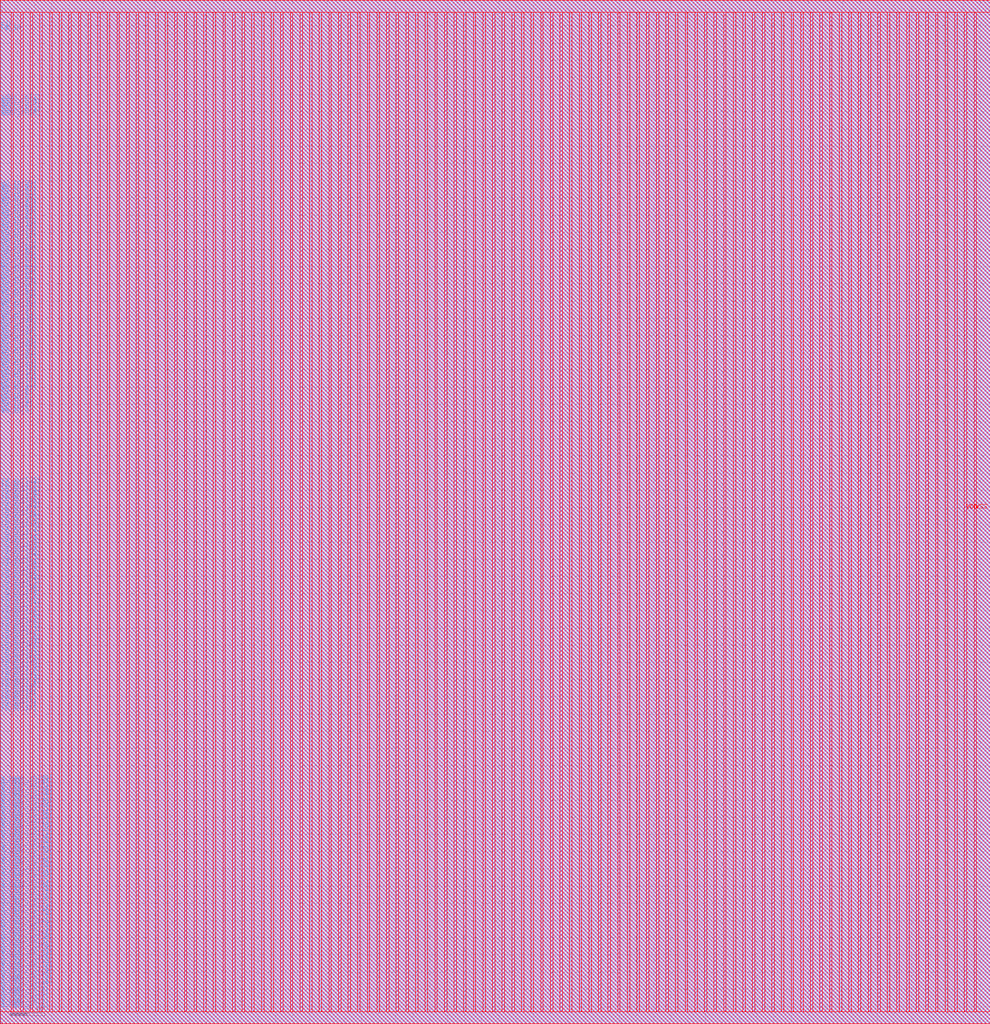
<source format=lef>
VERSION 5.7 ;
BUSBITCHARS "[]" ;
MACRO fakeram45_256x96
  FOREIGN fakeram45_256x96 0 0 ;
  SYMMETRY X Y R90 ;
  SIZE 115.140 BY 119.000 ;
  CLASS BLOCK ;
  PIN w_mask_in[0]
    DIRECTION INPUT ;
    USE SIGNAL ;
    SHAPE ABUTMENT ;
    PORT
      LAYER metal3 ;
      RECT 0.000 1.400 0.070 1.470 ;
    END
  END w_mask_in[0]
  PIN w_mask_in[1]
    DIRECTION INPUT ;
    USE SIGNAL ;
    SHAPE ABUTMENT ;
    PORT
      LAYER metal3 ;
      RECT 0.000 1.680 0.070 1.750 ;
    END
  END w_mask_in[1]
  PIN w_mask_in[2]
    DIRECTION INPUT ;
    USE SIGNAL ;
    SHAPE ABUTMENT ;
    PORT
      LAYER metal3 ;
      RECT 0.000 1.960 0.070 2.030 ;
    END
  END w_mask_in[2]
  PIN w_mask_in[3]
    DIRECTION INPUT ;
    USE SIGNAL ;
    SHAPE ABUTMENT ;
    PORT
      LAYER metal3 ;
      RECT 0.000 2.240 0.070 2.310 ;
    END
  END w_mask_in[3]
  PIN w_mask_in[4]
    DIRECTION INPUT ;
    USE SIGNAL ;
    SHAPE ABUTMENT ;
    PORT
      LAYER metal3 ;
      RECT 0.000 2.520 0.070 2.590 ;
    END
  END w_mask_in[4]
  PIN w_mask_in[5]
    DIRECTION INPUT ;
    USE SIGNAL ;
    SHAPE ABUTMENT ;
    PORT
      LAYER metal3 ;
      RECT 0.000 2.800 0.070 2.870 ;
    END
  END w_mask_in[5]
  PIN w_mask_in[6]
    DIRECTION INPUT ;
    USE SIGNAL ;
    SHAPE ABUTMENT ;
    PORT
      LAYER metal3 ;
      RECT 0.000 3.080 0.070 3.150 ;
    END
  END w_mask_in[6]
  PIN w_mask_in[7]
    DIRECTION INPUT ;
    USE SIGNAL ;
    SHAPE ABUTMENT ;
    PORT
      LAYER metal3 ;
      RECT 0.000 3.360 0.070 3.430 ;
    END
  END w_mask_in[7]
  PIN w_mask_in[8]
    DIRECTION INPUT ;
    USE SIGNAL ;
    SHAPE ABUTMENT ;
    PORT
      LAYER metal3 ;
      RECT 0.000 3.640 0.070 3.710 ;
    END
  END w_mask_in[8]
  PIN w_mask_in[9]
    DIRECTION INPUT ;
    USE SIGNAL ;
    SHAPE ABUTMENT ;
    PORT
      LAYER metal3 ;
      RECT 0.000 3.920 0.070 3.990 ;
    END
  END w_mask_in[9]
  PIN w_mask_in[10]
    DIRECTION INPUT ;
    USE SIGNAL ;
    SHAPE ABUTMENT ;
    PORT
      LAYER metal3 ;
      RECT 0.000 4.200 0.070 4.270 ;
    END
  END w_mask_in[10]
  PIN w_mask_in[11]
    DIRECTION INPUT ;
    USE SIGNAL ;
    SHAPE ABUTMENT ;
    PORT
      LAYER metal3 ;
      RECT 0.000 4.480 0.070 4.550 ;
    END
  END w_mask_in[11]
  PIN w_mask_in[12]
    DIRECTION INPUT ;
    USE SIGNAL ;
    SHAPE ABUTMENT ;
    PORT
      LAYER metal3 ;
      RECT 0.000 4.760 0.070 4.830 ;
    END
  END w_mask_in[12]
  PIN w_mask_in[13]
    DIRECTION INPUT ;
    USE SIGNAL ;
    SHAPE ABUTMENT ;
    PORT
      LAYER metal3 ;
      RECT 0.000 5.040 0.070 5.110 ;
    END
  END w_mask_in[13]
  PIN w_mask_in[14]
    DIRECTION INPUT ;
    USE SIGNAL ;
    SHAPE ABUTMENT ;
    PORT
      LAYER metal3 ;
      RECT 0.000 5.320 0.070 5.390 ;
    END
  END w_mask_in[14]
  PIN w_mask_in[15]
    DIRECTION INPUT ;
    USE SIGNAL ;
    SHAPE ABUTMENT ;
    PORT
      LAYER metal3 ;
      RECT 0.000 5.600 0.070 5.670 ;
    END
  END w_mask_in[15]
  PIN w_mask_in[16]
    DIRECTION INPUT ;
    USE SIGNAL ;
    SHAPE ABUTMENT ;
    PORT
      LAYER metal3 ;
      RECT 0.000 5.880 0.070 5.950 ;
    END
  END w_mask_in[16]
  PIN w_mask_in[17]
    DIRECTION INPUT ;
    USE SIGNAL ;
    SHAPE ABUTMENT ;
    PORT
      LAYER metal3 ;
      RECT 0.000 6.160 0.070 6.230 ;
    END
  END w_mask_in[17]
  PIN w_mask_in[18]
    DIRECTION INPUT ;
    USE SIGNAL ;
    SHAPE ABUTMENT ;
    PORT
      LAYER metal3 ;
      RECT 0.000 6.440 0.070 6.510 ;
    END
  END w_mask_in[18]
  PIN w_mask_in[19]
    DIRECTION INPUT ;
    USE SIGNAL ;
    SHAPE ABUTMENT ;
    PORT
      LAYER metal3 ;
      RECT 0.000 6.720 0.070 6.790 ;
    END
  END w_mask_in[19]
  PIN w_mask_in[20]
    DIRECTION INPUT ;
    USE SIGNAL ;
    SHAPE ABUTMENT ;
    PORT
      LAYER metal3 ;
      RECT 0.000 7.000 0.070 7.070 ;
    END
  END w_mask_in[20]
  PIN w_mask_in[21]
    DIRECTION INPUT ;
    USE SIGNAL ;
    SHAPE ABUTMENT ;
    PORT
      LAYER metal3 ;
      RECT 0.000 7.280 0.070 7.350 ;
    END
  END w_mask_in[21]
  PIN w_mask_in[22]
    DIRECTION INPUT ;
    USE SIGNAL ;
    SHAPE ABUTMENT ;
    PORT
      LAYER metal3 ;
      RECT 0.000 7.560 0.070 7.630 ;
    END
  END w_mask_in[22]
  PIN w_mask_in[23]
    DIRECTION INPUT ;
    USE SIGNAL ;
    SHAPE ABUTMENT ;
    PORT
      LAYER metal3 ;
      RECT 0.000 7.840 0.070 7.910 ;
    END
  END w_mask_in[23]
  PIN w_mask_in[24]
    DIRECTION INPUT ;
    USE SIGNAL ;
    SHAPE ABUTMENT ;
    PORT
      LAYER metal3 ;
      RECT 0.000 8.120 0.070 8.190 ;
    END
  END w_mask_in[24]
  PIN w_mask_in[25]
    DIRECTION INPUT ;
    USE SIGNAL ;
    SHAPE ABUTMENT ;
    PORT
      LAYER metal3 ;
      RECT 0.000 8.400 0.070 8.470 ;
    END
  END w_mask_in[25]
  PIN w_mask_in[26]
    DIRECTION INPUT ;
    USE SIGNAL ;
    SHAPE ABUTMENT ;
    PORT
      LAYER metal3 ;
      RECT 0.000 8.680 0.070 8.750 ;
    END
  END w_mask_in[26]
  PIN w_mask_in[27]
    DIRECTION INPUT ;
    USE SIGNAL ;
    SHAPE ABUTMENT ;
    PORT
      LAYER metal3 ;
      RECT 0.000 8.960 0.070 9.030 ;
    END
  END w_mask_in[27]
  PIN w_mask_in[28]
    DIRECTION INPUT ;
    USE SIGNAL ;
    SHAPE ABUTMENT ;
    PORT
      LAYER metal3 ;
      RECT 0.000 9.240 0.070 9.310 ;
    END
  END w_mask_in[28]
  PIN w_mask_in[29]
    DIRECTION INPUT ;
    USE SIGNAL ;
    SHAPE ABUTMENT ;
    PORT
      LAYER metal3 ;
      RECT 0.000 9.520 0.070 9.590 ;
    END
  END w_mask_in[29]
  PIN w_mask_in[30]
    DIRECTION INPUT ;
    USE SIGNAL ;
    SHAPE ABUTMENT ;
    PORT
      LAYER metal3 ;
      RECT 0.000 9.800 0.070 9.870 ;
    END
  END w_mask_in[30]
  PIN w_mask_in[31]
    DIRECTION INPUT ;
    USE SIGNAL ;
    SHAPE ABUTMENT ;
    PORT
      LAYER metal3 ;
      RECT 0.000 10.080 0.070 10.150 ;
    END
  END w_mask_in[31]
  PIN w_mask_in[32]
    DIRECTION INPUT ;
    USE SIGNAL ;
    SHAPE ABUTMENT ;
    PORT
      LAYER metal3 ;
      RECT 0.000 10.360 0.070 10.430 ;
    END
  END w_mask_in[32]
  PIN w_mask_in[33]
    DIRECTION INPUT ;
    USE SIGNAL ;
    SHAPE ABUTMENT ;
    PORT
      LAYER metal3 ;
      RECT 0.000 10.640 0.070 10.710 ;
    END
  END w_mask_in[33]
  PIN w_mask_in[34]
    DIRECTION INPUT ;
    USE SIGNAL ;
    SHAPE ABUTMENT ;
    PORT
      LAYER metal3 ;
      RECT 0.000 10.920 0.070 10.990 ;
    END
  END w_mask_in[34]
  PIN w_mask_in[35]
    DIRECTION INPUT ;
    USE SIGNAL ;
    SHAPE ABUTMENT ;
    PORT
      LAYER metal3 ;
      RECT 0.000 11.200 0.070 11.270 ;
    END
  END w_mask_in[35]
  PIN w_mask_in[36]
    DIRECTION INPUT ;
    USE SIGNAL ;
    SHAPE ABUTMENT ;
    PORT
      LAYER metal3 ;
      RECT 0.000 11.480 0.070 11.550 ;
    END
  END w_mask_in[36]
  PIN w_mask_in[37]
    DIRECTION INPUT ;
    USE SIGNAL ;
    SHAPE ABUTMENT ;
    PORT
      LAYER metal3 ;
      RECT 0.000 11.760 0.070 11.830 ;
    END
  END w_mask_in[37]
  PIN w_mask_in[38]
    DIRECTION INPUT ;
    USE SIGNAL ;
    SHAPE ABUTMENT ;
    PORT
      LAYER metal3 ;
      RECT 0.000 12.040 0.070 12.110 ;
    END
  END w_mask_in[38]
  PIN w_mask_in[39]
    DIRECTION INPUT ;
    USE SIGNAL ;
    SHAPE ABUTMENT ;
    PORT
      LAYER metal3 ;
      RECT 0.000 12.320 0.070 12.390 ;
    END
  END w_mask_in[39]
  PIN w_mask_in[40]
    DIRECTION INPUT ;
    USE SIGNAL ;
    SHAPE ABUTMENT ;
    PORT
      LAYER metal3 ;
      RECT 0.000 12.600 0.070 12.670 ;
    END
  END w_mask_in[40]
  PIN w_mask_in[41]
    DIRECTION INPUT ;
    USE SIGNAL ;
    SHAPE ABUTMENT ;
    PORT
      LAYER metal3 ;
      RECT 0.000 12.880 0.070 12.950 ;
    END
  END w_mask_in[41]
  PIN w_mask_in[42]
    DIRECTION INPUT ;
    USE SIGNAL ;
    SHAPE ABUTMENT ;
    PORT
      LAYER metal3 ;
      RECT 0.000 13.160 0.070 13.230 ;
    END
  END w_mask_in[42]
  PIN w_mask_in[43]
    DIRECTION INPUT ;
    USE SIGNAL ;
    SHAPE ABUTMENT ;
    PORT
      LAYER metal3 ;
      RECT 0.000 13.440 0.070 13.510 ;
    END
  END w_mask_in[43]
  PIN w_mask_in[44]
    DIRECTION INPUT ;
    USE SIGNAL ;
    SHAPE ABUTMENT ;
    PORT
      LAYER metal3 ;
      RECT 0.000 13.720 0.070 13.790 ;
    END
  END w_mask_in[44]
  PIN w_mask_in[45]
    DIRECTION INPUT ;
    USE SIGNAL ;
    SHAPE ABUTMENT ;
    PORT
      LAYER metal3 ;
      RECT 0.000 14.000 0.070 14.070 ;
    END
  END w_mask_in[45]
  PIN w_mask_in[46]
    DIRECTION INPUT ;
    USE SIGNAL ;
    SHAPE ABUTMENT ;
    PORT
      LAYER metal3 ;
      RECT 0.000 14.280 0.070 14.350 ;
    END
  END w_mask_in[46]
  PIN w_mask_in[47]
    DIRECTION INPUT ;
    USE SIGNAL ;
    SHAPE ABUTMENT ;
    PORT
      LAYER metal3 ;
      RECT 0.000 14.560 0.070 14.630 ;
    END
  END w_mask_in[47]
  PIN w_mask_in[48]
    DIRECTION INPUT ;
    USE SIGNAL ;
    SHAPE ABUTMENT ;
    PORT
      LAYER metal3 ;
      RECT 0.000 14.840 0.070 14.910 ;
    END
  END w_mask_in[48]
  PIN w_mask_in[49]
    DIRECTION INPUT ;
    USE SIGNAL ;
    SHAPE ABUTMENT ;
    PORT
      LAYER metal3 ;
      RECT 0.000 15.120 0.070 15.190 ;
    END
  END w_mask_in[49]
  PIN w_mask_in[50]
    DIRECTION INPUT ;
    USE SIGNAL ;
    SHAPE ABUTMENT ;
    PORT
      LAYER metal3 ;
      RECT 0.000 15.400 0.070 15.470 ;
    END
  END w_mask_in[50]
  PIN w_mask_in[51]
    DIRECTION INPUT ;
    USE SIGNAL ;
    SHAPE ABUTMENT ;
    PORT
      LAYER metal3 ;
      RECT 0.000 15.680 0.070 15.750 ;
    END
  END w_mask_in[51]
  PIN w_mask_in[52]
    DIRECTION INPUT ;
    USE SIGNAL ;
    SHAPE ABUTMENT ;
    PORT
      LAYER metal3 ;
      RECT 0.000 15.960 0.070 16.030 ;
    END
  END w_mask_in[52]
  PIN w_mask_in[53]
    DIRECTION INPUT ;
    USE SIGNAL ;
    SHAPE ABUTMENT ;
    PORT
      LAYER metal3 ;
      RECT 0.000 16.240 0.070 16.310 ;
    END
  END w_mask_in[53]
  PIN w_mask_in[54]
    DIRECTION INPUT ;
    USE SIGNAL ;
    SHAPE ABUTMENT ;
    PORT
      LAYER metal3 ;
      RECT 0.000 16.520 0.070 16.590 ;
    END
  END w_mask_in[54]
  PIN w_mask_in[55]
    DIRECTION INPUT ;
    USE SIGNAL ;
    SHAPE ABUTMENT ;
    PORT
      LAYER metal3 ;
      RECT 0.000 16.800 0.070 16.870 ;
    END
  END w_mask_in[55]
  PIN w_mask_in[56]
    DIRECTION INPUT ;
    USE SIGNAL ;
    SHAPE ABUTMENT ;
    PORT
      LAYER metal3 ;
      RECT 0.000 17.080 0.070 17.150 ;
    END
  END w_mask_in[56]
  PIN w_mask_in[57]
    DIRECTION INPUT ;
    USE SIGNAL ;
    SHAPE ABUTMENT ;
    PORT
      LAYER metal3 ;
      RECT 0.000 17.360 0.070 17.430 ;
    END
  END w_mask_in[57]
  PIN w_mask_in[58]
    DIRECTION INPUT ;
    USE SIGNAL ;
    SHAPE ABUTMENT ;
    PORT
      LAYER metal3 ;
      RECT 0.000 17.640 0.070 17.710 ;
    END
  END w_mask_in[58]
  PIN w_mask_in[59]
    DIRECTION INPUT ;
    USE SIGNAL ;
    SHAPE ABUTMENT ;
    PORT
      LAYER metal3 ;
      RECT 0.000 17.920 0.070 17.990 ;
    END
  END w_mask_in[59]
  PIN w_mask_in[60]
    DIRECTION INPUT ;
    USE SIGNAL ;
    SHAPE ABUTMENT ;
    PORT
      LAYER metal3 ;
      RECT 0.000 18.200 0.070 18.270 ;
    END
  END w_mask_in[60]
  PIN w_mask_in[61]
    DIRECTION INPUT ;
    USE SIGNAL ;
    SHAPE ABUTMENT ;
    PORT
      LAYER metal3 ;
      RECT 0.000 18.480 0.070 18.550 ;
    END
  END w_mask_in[61]
  PIN w_mask_in[62]
    DIRECTION INPUT ;
    USE SIGNAL ;
    SHAPE ABUTMENT ;
    PORT
      LAYER metal3 ;
      RECT 0.000 18.760 0.070 18.830 ;
    END
  END w_mask_in[62]
  PIN w_mask_in[63]
    DIRECTION INPUT ;
    USE SIGNAL ;
    SHAPE ABUTMENT ;
    PORT
      LAYER metal3 ;
      RECT 0.000 19.040 0.070 19.110 ;
    END
  END w_mask_in[63]
  PIN w_mask_in[64]
    DIRECTION INPUT ;
    USE SIGNAL ;
    SHAPE ABUTMENT ;
    PORT
      LAYER metal3 ;
      RECT 0.000 19.320 0.070 19.390 ;
    END
  END w_mask_in[64]
  PIN w_mask_in[65]
    DIRECTION INPUT ;
    USE SIGNAL ;
    SHAPE ABUTMENT ;
    PORT
      LAYER metal3 ;
      RECT 0.000 19.600 0.070 19.670 ;
    END
  END w_mask_in[65]
  PIN w_mask_in[66]
    DIRECTION INPUT ;
    USE SIGNAL ;
    SHAPE ABUTMENT ;
    PORT
      LAYER metal3 ;
      RECT 0.000 19.880 0.070 19.950 ;
    END
  END w_mask_in[66]
  PIN w_mask_in[67]
    DIRECTION INPUT ;
    USE SIGNAL ;
    SHAPE ABUTMENT ;
    PORT
      LAYER metal3 ;
      RECT 0.000 20.160 0.070 20.230 ;
    END
  END w_mask_in[67]
  PIN w_mask_in[68]
    DIRECTION INPUT ;
    USE SIGNAL ;
    SHAPE ABUTMENT ;
    PORT
      LAYER metal3 ;
      RECT 0.000 20.440 0.070 20.510 ;
    END
  END w_mask_in[68]
  PIN w_mask_in[69]
    DIRECTION INPUT ;
    USE SIGNAL ;
    SHAPE ABUTMENT ;
    PORT
      LAYER metal3 ;
      RECT 0.000 20.720 0.070 20.790 ;
    END
  END w_mask_in[69]
  PIN w_mask_in[70]
    DIRECTION INPUT ;
    USE SIGNAL ;
    SHAPE ABUTMENT ;
    PORT
      LAYER metal3 ;
      RECT 0.000 21.000 0.070 21.070 ;
    END
  END w_mask_in[70]
  PIN w_mask_in[71]
    DIRECTION INPUT ;
    USE SIGNAL ;
    SHAPE ABUTMENT ;
    PORT
      LAYER metal3 ;
      RECT 0.000 21.280 0.070 21.350 ;
    END
  END w_mask_in[71]
  PIN w_mask_in[72]
    DIRECTION INPUT ;
    USE SIGNAL ;
    SHAPE ABUTMENT ;
    PORT
      LAYER metal3 ;
      RECT 0.000 21.560 0.070 21.630 ;
    END
  END w_mask_in[72]
  PIN w_mask_in[73]
    DIRECTION INPUT ;
    USE SIGNAL ;
    SHAPE ABUTMENT ;
    PORT
      LAYER metal3 ;
      RECT 0.000 21.840 0.070 21.910 ;
    END
  END w_mask_in[73]
  PIN w_mask_in[74]
    DIRECTION INPUT ;
    USE SIGNAL ;
    SHAPE ABUTMENT ;
    PORT
      LAYER metal3 ;
      RECT 0.000 22.120 0.070 22.190 ;
    END
  END w_mask_in[74]
  PIN w_mask_in[75]
    DIRECTION INPUT ;
    USE SIGNAL ;
    SHAPE ABUTMENT ;
    PORT
      LAYER metal3 ;
      RECT 0.000 22.400 0.070 22.470 ;
    END
  END w_mask_in[75]
  PIN w_mask_in[76]
    DIRECTION INPUT ;
    USE SIGNAL ;
    SHAPE ABUTMENT ;
    PORT
      LAYER metal3 ;
      RECT 0.000 22.680 0.070 22.750 ;
    END
  END w_mask_in[76]
  PIN w_mask_in[77]
    DIRECTION INPUT ;
    USE SIGNAL ;
    SHAPE ABUTMENT ;
    PORT
      LAYER metal3 ;
      RECT 0.000 22.960 0.070 23.030 ;
    END
  END w_mask_in[77]
  PIN w_mask_in[78]
    DIRECTION INPUT ;
    USE SIGNAL ;
    SHAPE ABUTMENT ;
    PORT
      LAYER metal3 ;
      RECT 0.000 23.240 0.070 23.310 ;
    END
  END w_mask_in[78]
  PIN w_mask_in[79]
    DIRECTION INPUT ;
    USE SIGNAL ;
    SHAPE ABUTMENT ;
    PORT
      LAYER metal3 ;
      RECT 0.000 23.520 0.070 23.590 ;
    END
  END w_mask_in[79]
  PIN w_mask_in[80]
    DIRECTION INPUT ;
    USE SIGNAL ;
    SHAPE ABUTMENT ;
    PORT
      LAYER metal3 ;
      RECT 0.000 23.800 0.070 23.870 ;
    END
  END w_mask_in[80]
  PIN w_mask_in[81]
    DIRECTION INPUT ;
    USE SIGNAL ;
    SHAPE ABUTMENT ;
    PORT
      LAYER metal3 ;
      RECT 0.000 24.080 0.070 24.150 ;
    END
  END w_mask_in[81]
  PIN w_mask_in[82]
    DIRECTION INPUT ;
    USE SIGNAL ;
    SHAPE ABUTMENT ;
    PORT
      LAYER metal3 ;
      RECT 0.000 24.360 0.070 24.430 ;
    END
  END w_mask_in[82]
  PIN w_mask_in[83]
    DIRECTION INPUT ;
    USE SIGNAL ;
    SHAPE ABUTMENT ;
    PORT
      LAYER metal3 ;
      RECT 0.000 24.640 0.070 24.710 ;
    END
  END w_mask_in[83]
  PIN w_mask_in[84]
    DIRECTION INPUT ;
    USE SIGNAL ;
    SHAPE ABUTMENT ;
    PORT
      LAYER metal3 ;
      RECT 0.000 24.920 0.070 24.990 ;
    END
  END w_mask_in[84]
  PIN w_mask_in[85]
    DIRECTION INPUT ;
    USE SIGNAL ;
    SHAPE ABUTMENT ;
    PORT
      LAYER metal3 ;
      RECT 0.000 25.200 0.070 25.270 ;
    END
  END w_mask_in[85]
  PIN w_mask_in[86]
    DIRECTION INPUT ;
    USE SIGNAL ;
    SHAPE ABUTMENT ;
    PORT
      LAYER metal3 ;
      RECT 0.000 25.480 0.070 25.550 ;
    END
  END w_mask_in[86]
  PIN w_mask_in[87]
    DIRECTION INPUT ;
    USE SIGNAL ;
    SHAPE ABUTMENT ;
    PORT
      LAYER metal3 ;
      RECT 0.000 25.760 0.070 25.830 ;
    END
  END w_mask_in[87]
  PIN w_mask_in[88]
    DIRECTION INPUT ;
    USE SIGNAL ;
    SHAPE ABUTMENT ;
    PORT
      LAYER metal3 ;
      RECT 0.000 26.040 0.070 26.110 ;
    END
  END w_mask_in[88]
  PIN w_mask_in[89]
    DIRECTION INPUT ;
    USE SIGNAL ;
    SHAPE ABUTMENT ;
    PORT
      LAYER metal3 ;
      RECT 0.000 26.320 0.070 26.390 ;
    END
  END w_mask_in[89]
  PIN w_mask_in[90]
    DIRECTION INPUT ;
    USE SIGNAL ;
    SHAPE ABUTMENT ;
    PORT
      LAYER metal3 ;
      RECT 0.000 26.600 0.070 26.670 ;
    END
  END w_mask_in[90]
  PIN w_mask_in[91]
    DIRECTION INPUT ;
    USE SIGNAL ;
    SHAPE ABUTMENT ;
    PORT
      LAYER metal3 ;
      RECT 0.000 26.880 0.070 26.950 ;
    END
  END w_mask_in[91]
  PIN w_mask_in[92]
    DIRECTION INPUT ;
    USE SIGNAL ;
    SHAPE ABUTMENT ;
    PORT
      LAYER metal3 ;
      RECT 0.000 27.160 0.070 27.230 ;
    END
  END w_mask_in[92]
  PIN w_mask_in[93]
    DIRECTION INPUT ;
    USE SIGNAL ;
    SHAPE ABUTMENT ;
    PORT
      LAYER metal3 ;
      RECT 0.000 27.440 0.070 27.510 ;
    END
  END w_mask_in[93]
  PIN w_mask_in[94]
    DIRECTION INPUT ;
    USE SIGNAL ;
    SHAPE ABUTMENT ;
    PORT
      LAYER metal3 ;
      RECT 0.000 27.720 0.070 27.790 ;
    END
  END w_mask_in[94]
  PIN w_mask_in[95]
    DIRECTION INPUT ;
    USE SIGNAL ;
    SHAPE ABUTMENT ;
    PORT
      LAYER metal3 ;
      RECT 0.000 28.000 0.070 28.070 ;
    END
  END w_mask_in[95]
  PIN rd_out[0]
    DIRECTION OUTPUT ;
    USE SIGNAL ;
    SHAPE ABUTMENT ;
    PORT
      LAYER metal3 ;
      RECT 0.000 35.980 0.070 36.050 ;
    END
  END rd_out[0]
  PIN rd_out[1]
    DIRECTION OUTPUT ;
    USE SIGNAL ;
    SHAPE ABUTMENT ;
    PORT
      LAYER metal3 ;
      RECT 0.000 36.260 0.070 36.330 ;
    END
  END rd_out[1]
  PIN rd_out[2]
    DIRECTION OUTPUT ;
    USE SIGNAL ;
    SHAPE ABUTMENT ;
    PORT
      LAYER metal3 ;
      RECT 0.000 36.540 0.070 36.610 ;
    END
  END rd_out[2]
  PIN rd_out[3]
    DIRECTION OUTPUT ;
    USE SIGNAL ;
    SHAPE ABUTMENT ;
    PORT
      LAYER metal3 ;
      RECT 0.000 36.820 0.070 36.890 ;
    END
  END rd_out[3]
  PIN rd_out[4]
    DIRECTION OUTPUT ;
    USE SIGNAL ;
    SHAPE ABUTMENT ;
    PORT
      LAYER metal3 ;
      RECT 0.000 37.100 0.070 37.170 ;
    END
  END rd_out[4]
  PIN rd_out[5]
    DIRECTION OUTPUT ;
    USE SIGNAL ;
    SHAPE ABUTMENT ;
    PORT
      LAYER metal3 ;
      RECT 0.000 37.380 0.070 37.450 ;
    END
  END rd_out[5]
  PIN rd_out[6]
    DIRECTION OUTPUT ;
    USE SIGNAL ;
    SHAPE ABUTMENT ;
    PORT
      LAYER metal3 ;
      RECT 0.000 37.660 0.070 37.730 ;
    END
  END rd_out[6]
  PIN rd_out[7]
    DIRECTION OUTPUT ;
    USE SIGNAL ;
    SHAPE ABUTMENT ;
    PORT
      LAYER metal3 ;
      RECT 0.000 37.940 0.070 38.010 ;
    END
  END rd_out[7]
  PIN rd_out[8]
    DIRECTION OUTPUT ;
    USE SIGNAL ;
    SHAPE ABUTMENT ;
    PORT
      LAYER metal3 ;
      RECT 0.000 38.220 0.070 38.290 ;
    END
  END rd_out[8]
  PIN rd_out[9]
    DIRECTION OUTPUT ;
    USE SIGNAL ;
    SHAPE ABUTMENT ;
    PORT
      LAYER metal3 ;
      RECT 0.000 38.500 0.070 38.570 ;
    END
  END rd_out[9]
  PIN rd_out[10]
    DIRECTION OUTPUT ;
    USE SIGNAL ;
    SHAPE ABUTMENT ;
    PORT
      LAYER metal3 ;
      RECT 0.000 38.780 0.070 38.850 ;
    END
  END rd_out[10]
  PIN rd_out[11]
    DIRECTION OUTPUT ;
    USE SIGNAL ;
    SHAPE ABUTMENT ;
    PORT
      LAYER metal3 ;
      RECT 0.000 39.060 0.070 39.130 ;
    END
  END rd_out[11]
  PIN rd_out[12]
    DIRECTION OUTPUT ;
    USE SIGNAL ;
    SHAPE ABUTMENT ;
    PORT
      LAYER metal3 ;
      RECT 0.000 39.340 0.070 39.410 ;
    END
  END rd_out[12]
  PIN rd_out[13]
    DIRECTION OUTPUT ;
    USE SIGNAL ;
    SHAPE ABUTMENT ;
    PORT
      LAYER metal3 ;
      RECT 0.000 39.620 0.070 39.690 ;
    END
  END rd_out[13]
  PIN rd_out[14]
    DIRECTION OUTPUT ;
    USE SIGNAL ;
    SHAPE ABUTMENT ;
    PORT
      LAYER metal3 ;
      RECT 0.000 39.900 0.070 39.970 ;
    END
  END rd_out[14]
  PIN rd_out[15]
    DIRECTION OUTPUT ;
    USE SIGNAL ;
    SHAPE ABUTMENT ;
    PORT
      LAYER metal3 ;
      RECT 0.000 40.180 0.070 40.250 ;
    END
  END rd_out[15]
  PIN rd_out[16]
    DIRECTION OUTPUT ;
    USE SIGNAL ;
    SHAPE ABUTMENT ;
    PORT
      LAYER metal3 ;
      RECT 0.000 40.460 0.070 40.530 ;
    END
  END rd_out[16]
  PIN rd_out[17]
    DIRECTION OUTPUT ;
    USE SIGNAL ;
    SHAPE ABUTMENT ;
    PORT
      LAYER metal3 ;
      RECT 0.000 40.740 0.070 40.810 ;
    END
  END rd_out[17]
  PIN rd_out[18]
    DIRECTION OUTPUT ;
    USE SIGNAL ;
    SHAPE ABUTMENT ;
    PORT
      LAYER metal3 ;
      RECT 0.000 41.020 0.070 41.090 ;
    END
  END rd_out[18]
  PIN rd_out[19]
    DIRECTION OUTPUT ;
    USE SIGNAL ;
    SHAPE ABUTMENT ;
    PORT
      LAYER metal3 ;
      RECT 0.000 41.300 0.070 41.370 ;
    END
  END rd_out[19]
  PIN rd_out[20]
    DIRECTION OUTPUT ;
    USE SIGNAL ;
    SHAPE ABUTMENT ;
    PORT
      LAYER metal3 ;
      RECT 0.000 41.580 0.070 41.650 ;
    END
  END rd_out[20]
  PIN rd_out[21]
    DIRECTION OUTPUT ;
    USE SIGNAL ;
    SHAPE ABUTMENT ;
    PORT
      LAYER metal3 ;
      RECT 0.000 41.860 0.070 41.930 ;
    END
  END rd_out[21]
  PIN rd_out[22]
    DIRECTION OUTPUT ;
    USE SIGNAL ;
    SHAPE ABUTMENT ;
    PORT
      LAYER metal3 ;
      RECT 0.000 42.140 0.070 42.210 ;
    END
  END rd_out[22]
  PIN rd_out[23]
    DIRECTION OUTPUT ;
    USE SIGNAL ;
    SHAPE ABUTMENT ;
    PORT
      LAYER metal3 ;
      RECT 0.000 42.420 0.070 42.490 ;
    END
  END rd_out[23]
  PIN rd_out[24]
    DIRECTION OUTPUT ;
    USE SIGNAL ;
    SHAPE ABUTMENT ;
    PORT
      LAYER metal3 ;
      RECT 0.000 42.700 0.070 42.770 ;
    END
  END rd_out[24]
  PIN rd_out[25]
    DIRECTION OUTPUT ;
    USE SIGNAL ;
    SHAPE ABUTMENT ;
    PORT
      LAYER metal3 ;
      RECT 0.000 42.980 0.070 43.050 ;
    END
  END rd_out[25]
  PIN rd_out[26]
    DIRECTION OUTPUT ;
    USE SIGNAL ;
    SHAPE ABUTMENT ;
    PORT
      LAYER metal3 ;
      RECT 0.000 43.260 0.070 43.330 ;
    END
  END rd_out[26]
  PIN rd_out[27]
    DIRECTION OUTPUT ;
    USE SIGNAL ;
    SHAPE ABUTMENT ;
    PORT
      LAYER metal3 ;
      RECT 0.000 43.540 0.070 43.610 ;
    END
  END rd_out[27]
  PIN rd_out[28]
    DIRECTION OUTPUT ;
    USE SIGNAL ;
    SHAPE ABUTMENT ;
    PORT
      LAYER metal3 ;
      RECT 0.000 43.820 0.070 43.890 ;
    END
  END rd_out[28]
  PIN rd_out[29]
    DIRECTION OUTPUT ;
    USE SIGNAL ;
    SHAPE ABUTMENT ;
    PORT
      LAYER metal3 ;
      RECT 0.000 44.100 0.070 44.170 ;
    END
  END rd_out[29]
  PIN rd_out[30]
    DIRECTION OUTPUT ;
    USE SIGNAL ;
    SHAPE ABUTMENT ;
    PORT
      LAYER metal3 ;
      RECT 0.000 44.380 0.070 44.450 ;
    END
  END rd_out[30]
  PIN rd_out[31]
    DIRECTION OUTPUT ;
    USE SIGNAL ;
    SHAPE ABUTMENT ;
    PORT
      LAYER metal3 ;
      RECT 0.000 44.660 0.070 44.730 ;
    END
  END rd_out[31]
  PIN rd_out[32]
    DIRECTION OUTPUT ;
    USE SIGNAL ;
    SHAPE ABUTMENT ;
    PORT
      LAYER metal3 ;
      RECT 0.000 44.940 0.070 45.010 ;
    END
  END rd_out[32]
  PIN rd_out[33]
    DIRECTION OUTPUT ;
    USE SIGNAL ;
    SHAPE ABUTMENT ;
    PORT
      LAYER metal3 ;
      RECT 0.000 45.220 0.070 45.290 ;
    END
  END rd_out[33]
  PIN rd_out[34]
    DIRECTION OUTPUT ;
    USE SIGNAL ;
    SHAPE ABUTMENT ;
    PORT
      LAYER metal3 ;
      RECT 0.000 45.500 0.070 45.570 ;
    END
  END rd_out[34]
  PIN rd_out[35]
    DIRECTION OUTPUT ;
    USE SIGNAL ;
    SHAPE ABUTMENT ;
    PORT
      LAYER metal3 ;
      RECT 0.000 45.780 0.070 45.850 ;
    END
  END rd_out[35]
  PIN rd_out[36]
    DIRECTION OUTPUT ;
    USE SIGNAL ;
    SHAPE ABUTMENT ;
    PORT
      LAYER metal3 ;
      RECT 0.000 46.060 0.070 46.130 ;
    END
  END rd_out[36]
  PIN rd_out[37]
    DIRECTION OUTPUT ;
    USE SIGNAL ;
    SHAPE ABUTMENT ;
    PORT
      LAYER metal3 ;
      RECT 0.000 46.340 0.070 46.410 ;
    END
  END rd_out[37]
  PIN rd_out[38]
    DIRECTION OUTPUT ;
    USE SIGNAL ;
    SHAPE ABUTMENT ;
    PORT
      LAYER metal3 ;
      RECT 0.000 46.620 0.070 46.690 ;
    END
  END rd_out[38]
  PIN rd_out[39]
    DIRECTION OUTPUT ;
    USE SIGNAL ;
    SHAPE ABUTMENT ;
    PORT
      LAYER metal3 ;
      RECT 0.000 46.900 0.070 46.970 ;
    END
  END rd_out[39]
  PIN rd_out[40]
    DIRECTION OUTPUT ;
    USE SIGNAL ;
    SHAPE ABUTMENT ;
    PORT
      LAYER metal3 ;
      RECT 0.000 47.180 0.070 47.250 ;
    END
  END rd_out[40]
  PIN rd_out[41]
    DIRECTION OUTPUT ;
    USE SIGNAL ;
    SHAPE ABUTMENT ;
    PORT
      LAYER metal3 ;
      RECT 0.000 47.460 0.070 47.530 ;
    END
  END rd_out[41]
  PIN rd_out[42]
    DIRECTION OUTPUT ;
    USE SIGNAL ;
    SHAPE ABUTMENT ;
    PORT
      LAYER metal3 ;
      RECT 0.000 47.740 0.070 47.810 ;
    END
  END rd_out[42]
  PIN rd_out[43]
    DIRECTION OUTPUT ;
    USE SIGNAL ;
    SHAPE ABUTMENT ;
    PORT
      LAYER metal3 ;
      RECT 0.000 48.020 0.070 48.090 ;
    END
  END rd_out[43]
  PIN rd_out[44]
    DIRECTION OUTPUT ;
    USE SIGNAL ;
    SHAPE ABUTMENT ;
    PORT
      LAYER metal3 ;
      RECT 0.000 48.300 0.070 48.370 ;
    END
  END rd_out[44]
  PIN rd_out[45]
    DIRECTION OUTPUT ;
    USE SIGNAL ;
    SHAPE ABUTMENT ;
    PORT
      LAYER metal3 ;
      RECT 0.000 48.580 0.070 48.650 ;
    END
  END rd_out[45]
  PIN rd_out[46]
    DIRECTION OUTPUT ;
    USE SIGNAL ;
    SHAPE ABUTMENT ;
    PORT
      LAYER metal3 ;
      RECT 0.000 48.860 0.070 48.930 ;
    END
  END rd_out[46]
  PIN rd_out[47]
    DIRECTION OUTPUT ;
    USE SIGNAL ;
    SHAPE ABUTMENT ;
    PORT
      LAYER metal3 ;
      RECT 0.000 49.140 0.070 49.210 ;
    END
  END rd_out[47]
  PIN rd_out[48]
    DIRECTION OUTPUT ;
    USE SIGNAL ;
    SHAPE ABUTMENT ;
    PORT
      LAYER metal3 ;
      RECT 0.000 49.420 0.070 49.490 ;
    END
  END rd_out[48]
  PIN rd_out[49]
    DIRECTION OUTPUT ;
    USE SIGNAL ;
    SHAPE ABUTMENT ;
    PORT
      LAYER metal3 ;
      RECT 0.000 49.700 0.070 49.770 ;
    END
  END rd_out[49]
  PIN rd_out[50]
    DIRECTION OUTPUT ;
    USE SIGNAL ;
    SHAPE ABUTMENT ;
    PORT
      LAYER metal3 ;
      RECT 0.000 49.980 0.070 50.050 ;
    END
  END rd_out[50]
  PIN rd_out[51]
    DIRECTION OUTPUT ;
    USE SIGNAL ;
    SHAPE ABUTMENT ;
    PORT
      LAYER metal3 ;
      RECT 0.000 50.260 0.070 50.330 ;
    END
  END rd_out[51]
  PIN rd_out[52]
    DIRECTION OUTPUT ;
    USE SIGNAL ;
    SHAPE ABUTMENT ;
    PORT
      LAYER metal3 ;
      RECT 0.000 50.540 0.070 50.610 ;
    END
  END rd_out[52]
  PIN rd_out[53]
    DIRECTION OUTPUT ;
    USE SIGNAL ;
    SHAPE ABUTMENT ;
    PORT
      LAYER metal3 ;
      RECT 0.000 50.820 0.070 50.890 ;
    END
  END rd_out[53]
  PIN rd_out[54]
    DIRECTION OUTPUT ;
    USE SIGNAL ;
    SHAPE ABUTMENT ;
    PORT
      LAYER metal3 ;
      RECT 0.000 51.100 0.070 51.170 ;
    END
  END rd_out[54]
  PIN rd_out[55]
    DIRECTION OUTPUT ;
    USE SIGNAL ;
    SHAPE ABUTMENT ;
    PORT
      LAYER metal3 ;
      RECT 0.000 51.380 0.070 51.450 ;
    END
  END rd_out[55]
  PIN rd_out[56]
    DIRECTION OUTPUT ;
    USE SIGNAL ;
    SHAPE ABUTMENT ;
    PORT
      LAYER metal3 ;
      RECT 0.000 51.660 0.070 51.730 ;
    END
  END rd_out[56]
  PIN rd_out[57]
    DIRECTION OUTPUT ;
    USE SIGNAL ;
    SHAPE ABUTMENT ;
    PORT
      LAYER metal3 ;
      RECT 0.000 51.940 0.070 52.010 ;
    END
  END rd_out[57]
  PIN rd_out[58]
    DIRECTION OUTPUT ;
    USE SIGNAL ;
    SHAPE ABUTMENT ;
    PORT
      LAYER metal3 ;
      RECT 0.000 52.220 0.070 52.290 ;
    END
  END rd_out[58]
  PIN rd_out[59]
    DIRECTION OUTPUT ;
    USE SIGNAL ;
    SHAPE ABUTMENT ;
    PORT
      LAYER metal3 ;
      RECT 0.000 52.500 0.070 52.570 ;
    END
  END rd_out[59]
  PIN rd_out[60]
    DIRECTION OUTPUT ;
    USE SIGNAL ;
    SHAPE ABUTMENT ;
    PORT
      LAYER metal3 ;
      RECT 0.000 52.780 0.070 52.850 ;
    END
  END rd_out[60]
  PIN rd_out[61]
    DIRECTION OUTPUT ;
    USE SIGNAL ;
    SHAPE ABUTMENT ;
    PORT
      LAYER metal3 ;
      RECT 0.000 53.060 0.070 53.130 ;
    END
  END rd_out[61]
  PIN rd_out[62]
    DIRECTION OUTPUT ;
    USE SIGNAL ;
    SHAPE ABUTMENT ;
    PORT
      LAYER metal3 ;
      RECT 0.000 53.340 0.070 53.410 ;
    END
  END rd_out[62]
  PIN rd_out[63]
    DIRECTION OUTPUT ;
    USE SIGNAL ;
    SHAPE ABUTMENT ;
    PORT
      LAYER metal3 ;
      RECT 0.000 53.620 0.070 53.690 ;
    END
  END rd_out[63]
  PIN rd_out[64]
    DIRECTION OUTPUT ;
    USE SIGNAL ;
    SHAPE ABUTMENT ;
    PORT
      LAYER metal3 ;
      RECT 0.000 53.900 0.070 53.970 ;
    END
  END rd_out[64]
  PIN rd_out[65]
    DIRECTION OUTPUT ;
    USE SIGNAL ;
    SHAPE ABUTMENT ;
    PORT
      LAYER metal3 ;
      RECT 0.000 54.180 0.070 54.250 ;
    END
  END rd_out[65]
  PIN rd_out[66]
    DIRECTION OUTPUT ;
    USE SIGNAL ;
    SHAPE ABUTMENT ;
    PORT
      LAYER metal3 ;
      RECT 0.000 54.460 0.070 54.530 ;
    END
  END rd_out[66]
  PIN rd_out[67]
    DIRECTION OUTPUT ;
    USE SIGNAL ;
    SHAPE ABUTMENT ;
    PORT
      LAYER metal3 ;
      RECT 0.000 54.740 0.070 54.810 ;
    END
  END rd_out[67]
  PIN rd_out[68]
    DIRECTION OUTPUT ;
    USE SIGNAL ;
    SHAPE ABUTMENT ;
    PORT
      LAYER metal3 ;
      RECT 0.000 55.020 0.070 55.090 ;
    END
  END rd_out[68]
  PIN rd_out[69]
    DIRECTION OUTPUT ;
    USE SIGNAL ;
    SHAPE ABUTMENT ;
    PORT
      LAYER metal3 ;
      RECT 0.000 55.300 0.070 55.370 ;
    END
  END rd_out[69]
  PIN rd_out[70]
    DIRECTION OUTPUT ;
    USE SIGNAL ;
    SHAPE ABUTMENT ;
    PORT
      LAYER metal3 ;
      RECT 0.000 55.580 0.070 55.650 ;
    END
  END rd_out[70]
  PIN rd_out[71]
    DIRECTION OUTPUT ;
    USE SIGNAL ;
    SHAPE ABUTMENT ;
    PORT
      LAYER metal3 ;
      RECT 0.000 55.860 0.070 55.930 ;
    END
  END rd_out[71]
  PIN rd_out[72]
    DIRECTION OUTPUT ;
    USE SIGNAL ;
    SHAPE ABUTMENT ;
    PORT
      LAYER metal3 ;
      RECT 0.000 56.140 0.070 56.210 ;
    END
  END rd_out[72]
  PIN rd_out[73]
    DIRECTION OUTPUT ;
    USE SIGNAL ;
    SHAPE ABUTMENT ;
    PORT
      LAYER metal3 ;
      RECT 0.000 56.420 0.070 56.490 ;
    END
  END rd_out[73]
  PIN rd_out[74]
    DIRECTION OUTPUT ;
    USE SIGNAL ;
    SHAPE ABUTMENT ;
    PORT
      LAYER metal3 ;
      RECT 0.000 56.700 0.070 56.770 ;
    END
  END rd_out[74]
  PIN rd_out[75]
    DIRECTION OUTPUT ;
    USE SIGNAL ;
    SHAPE ABUTMENT ;
    PORT
      LAYER metal3 ;
      RECT 0.000 56.980 0.070 57.050 ;
    END
  END rd_out[75]
  PIN rd_out[76]
    DIRECTION OUTPUT ;
    USE SIGNAL ;
    SHAPE ABUTMENT ;
    PORT
      LAYER metal3 ;
      RECT 0.000 57.260 0.070 57.330 ;
    END
  END rd_out[76]
  PIN rd_out[77]
    DIRECTION OUTPUT ;
    USE SIGNAL ;
    SHAPE ABUTMENT ;
    PORT
      LAYER metal3 ;
      RECT 0.000 57.540 0.070 57.610 ;
    END
  END rd_out[77]
  PIN rd_out[78]
    DIRECTION OUTPUT ;
    USE SIGNAL ;
    SHAPE ABUTMENT ;
    PORT
      LAYER metal3 ;
      RECT 0.000 57.820 0.070 57.890 ;
    END
  END rd_out[78]
  PIN rd_out[79]
    DIRECTION OUTPUT ;
    USE SIGNAL ;
    SHAPE ABUTMENT ;
    PORT
      LAYER metal3 ;
      RECT 0.000 58.100 0.070 58.170 ;
    END
  END rd_out[79]
  PIN rd_out[80]
    DIRECTION OUTPUT ;
    USE SIGNAL ;
    SHAPE ABUTMENT ;
    PORT
      LAYER metal3 ;
      RECT 0.000 58.380 0.070 58.450 ;
    END
  END rd_out[80]
  PIN rd_out[81]
    DIRECTION OUTPUT ;
    USE SIGNAL ;
    SHAPE ABUTMENT ;
    PORT
      LAYER metal3 ;
      RECT 0.000 58.660 0.070 58.730 ;
    END
  END rd_out[81]
  PIN rd_out[82]
    DIRECTION OUTPUT ;
    USE SIGNAL ;
    SHAPE ABUTMENT ;
    PORT
      LAYER metal3 ;
      RECT 0.000 58.940 0.070 59.010 ;
    END
  END rd_out[82]
  PIN rd_out[83]
    DIRECTION OUTPUT ;
    USE SIGNAL ;
    SHAPE ABUTMENT ;
    PORT
      LAYER metal3 ;
      RECT 0.000 59.220 0.070 59.290 ;
    END
  END rd_out[83]
  PIN rd_out[84]
    DIRECTION OUTPUT ;
    USE SIGNAL ;
    SHAPE ABUTMENT ;
    PORT
      LAYER metal3 ;
      RECT 0.000 59.500 0.070 59.570 ;
    END
  END rd_out[84]
  PIN rd_out[85]
    DIRECTION OUTPUT ;
    USE SIGNAL ;
    SHAPE ABUTMENT ;
    PORT
      LAYER metal3 ;
      RECT 0.000 59.780 0.070 59.850 ;
    END
  END rd_out[85]
  PIN rd_out[86]
    DIRECTION OUTPUT ;
    USE SIGNAL ;
    SHAPE ABUTMENT ;
    PORT
      LAYER metal3 ;
      RECT 0.000 60.060 0.070 60.130 ;
    END
  END rd_out[86]
  PIN rd_out[87]
    DIRECTION OUTPUT ;
    USE SIGNAL ;
    SHAPE ABUTMENT ;
    PORT
      LAYER metal3 ;
      RECT 0.000 60.340 0.070 60.410 ;
    END
  END rd_out[87]
  PIN rd_out[88]
    DIRECTION OUTPUT ;
    USE SIGNAL ;
    SHAPE ABUTMENT ;
    PORT
      LAYER metal3 ;
      RECT 0.000 60.620 0.070 60.690 ;
    END
  END rd_out[88]
  PIN rd_out[89]
    DIRECTION OUTPUT ;
    USE SIGNAL ;
    SHAPE ABUTMENT ;
    PORT
      LAYER metal3 ;
      RECT 0.000 60.900 0.070 60.970 ;
    END
  END rd_out[89]
  PIN rd_out[90]
    DIRECTION OUTPUT ;
    USE SIGNAL ;
    SHAPE ABUTMENT ;
    PORT
      LAYER metal3 ;
      RECT 0.000 61.180 0.070 61.250 ;
    END
  END rd_out[90]
  PIN rd_out[91]
    DIRECTION OUTPUT ;
    USE SIGNAL ;
    SHAPE ABUTMENT ;
    PORT
      LAYER metal3 ;
      RECT 0.000 61.460 0.070 61.530 ;
    END
  END rd_out[91]
  PIN rd_out[92]
    DIRECTION OUTPUT ;
    USE SIGNAL ;
    SHAPE ABUTMENT ;
    PORT
      LAYER metal3 ;
      RECT 0.000 61.740 0.070 61.810 ;
    END
  END rd_out[92]
  PIN rd_out[93]
    DIRECTION OUTPUT ;
    USE SIGNAL ;
    SHAPE ABUTMENT ;
    PORT
      LAYER metal3 ;
      RECT 0.000 62.020 0.070 62.090 ;
    END
  END rd_out[93]
  PIN rd_out[94]
    DIRECTION OUTPUT ;
    USE SIGNAL ;
    SHAPE ABUTMENT ;
    PORT
      LAYER metal3 ;
      RECT 0.000 62.300 0.070 62.370 ;
    END
  END rd_out[94]
  PIN rd_out[95]
    DIRECTION OUTPUT ;
    USE SIGNAL ;
    SHAPE ABUTMENT ;
    PORT
      LAYER metal3 ;
      RECT 0.000 62.580 0.070 62.650 ;
    END
  END rd_out[95]
  PIN wd_in[0]
    DIRECTION INPUT ;
    USE SIGNAL ;
    SHAPE ABUTMENT ;
    PORT
      LAYER metal3 ;
      RECT 0.000 70.560 0.070 70.630 ;
    END
  END wd_in[0]
  PIN wd_in[1]
    DIRECTION INPUT ;
    USE SIGNAL ;
    SHAPE ABUTMENT ;
    PORT
      LAYER metal3 ;
      RECT 0.000 70.840 0.070 70.910 ;
    END
  END wd_in[1]
  PIN wd_in[2]
    DIRECTION INPUT ;
    USE SIGNAL ;
    SHAPE ABUTMENT ;
    PORT
      LAYER metal3 ;
      RECT 0.000 71.120 0.070 71.190 ;
    END
  END wd_in[2]
  PIN wd_in[3]
    DIRECTION INPUT ;
    USE SIGNAL ;
    SHAPE ABUTMENT ;
    PORT
      LAYER metal3 ;
      RECT 0.000 71.400 0.070 71.470 ;
    END
  END wd_in[3]
  PIN wd_in[4]
    DIRECTION INPUT ;
    USE SIGNAL ;
    SHAPE ABUTMENT ;
    PORT
      LAYER metal3 ;
      RECT 0.000 71.680 0.070 71.750 ;
    END
  END wd_in[4]
  PIN wd_in[5]
    DIRECTION INPUT ;
    USE SIGNAL ;
    SHAPE ABUTMENT ;
    PORT
      LAYER metal3 ;
      RECT 0.000 71.960 0.070 72.030 ;
    END
  END wd_in[5]
  PIN wd_in[6]
    DIRECTION INPUT ;
    USE SIGNAL ;
    SHAPE ABUTMENT ;
    PORT
      LAYER metal3 ;
      RECT 0.000 72.240 0.070 72.310 ;
    END
  END wd_in[6]
  PIN wd_in[7]
    DIRECTION INPUT ;
    USE SIGNAL ;
    SHAPE ABUTMENT ;
    PORT
      LAYER metal3 ;
      RECT 0.000 72.520 0.070 72.590 ;
    END
  END wd_in[7]
  PIN wd_in[8]
    DIRECTION INPUT ;
    USE SIGNAL ;
    SHAPE ABUTMENT ;
    PORT
      LAYER metal3 ;
      RECT 0.000 72.800 0.070 72.870 ;
    END
  END wd_in[8]
  PIN wd_in[9]
    DIRECTION INPUT ;
    USE SIGNAL ;
    SHAPE ABUTMENT ;
    PORT
      LAYER metal3 ;
      RECT 0.000 73.080 0.070 73.150 ;
    END
  END wd_in[9]
  PIN wd_in[10]
    DIRECTION INPUT ;
    USE SIGNAL ;
    SHAPE ABUTMENT ;
    PORT
      LAYER metal3 ;
      RECT 0.000 73.360 0.070 73.430 ;
    END
  END wd_in[10]
  PIN wd_in[11]
    DIRECTION INPUT ;
    USE SIGNAL ;
    SHAPE ABUTMENT ;
    PORT
      LAYER metal3 ;
      RECT 0.000 73.640 0.070 73.710 ;
    END
  END wd_in[11]
  PIN wd_in[12]
    DIRECTION INPUT ;
    USE SIGNAL ;
    SHAPE ABUTMENT ;
    PORT
      LAYER metal3 ;
      RECT 0.000 73.920 0.070 73.990 ;
    END
  END wd_in[12]
  PIN wd_in[13]
    DIRECTION INPUT ;
    USE SIGNAL ;
    SHAPE ABUTMENT ;
    PORT
      LAYER metal3 ;
      RECT 0.000 74.200 0.070 74.270 ;
    END
  END wd_in[13]
  PIN wd_in[14]
    DIRECTION INPUT ;
    USE SIGNAL ;
    SHAPE ABUTMENT ;
    PORT
      LAYER metal3 ;
      RECT 0.000 74.480 0.070 74.550 ;
    END
  END wd_in[14]
  PIN wd_in[15]
    DIRECTION INPUT ;
    USE SIGNAL ;
    SHAPE ABUTMENT ;
    PORT
      LAYER metal3 ;
      RECT 0.000 74.760 0.070 74.830 ;
    END
  END wd_in[15]
  PIN wd_in[16]
    DIRECTION INPUT ;
    USE SIGNAL ;
    SHAPE ABUTMENT ;
    PORT
      LAYER metal3 ;
      RECT 0.000 75.040 0.070 75.110 ;
    END
  END wd_in[16]
  PIN wd_in[17]
    DIRECTION INPUT ;
    USE SIGNAL ;
    SHAPE ABUTMENT ;
    PORT
      LAYER metal3 ;
      RECT 0.000 75.320 0.070 75.390 ;
    END
  END wd_in[17]
  PIN wd_in[18]
    DIRECTION INPUT ;
    USE SIGNAL ;
    SHAPE ABUTMENT ;
    PORT
      LAYER metal3 ;
      RECT 0.000 75.600 0.070 75.670 ;
    END
  END wd_in[18]
  PIN wd_in[19]
    DIRECTION INPUT ;
    USE SIGNAL ;
    SHAPE ABUTMENT ;
    PORT
      LAYER metal3 ;
      RECT 0.000 75.880 0.070 75.950 ;
    END
  END wd_in[19]
  PIN wd_in[20]
    DIRECTION INPUT ;
    USE SIGNAL ;
    SHAPE ABUTMENT ;
    PORT
      LAYER metal3 ;
      RECT 0.000 76.160 0.070 76.230 ;
    END
  END wd_in[20]
  PIN wd_in[21]
    DIRECTION INPUT ;
    USE SIGNAL ;
    SHAPE ABUTMENT ;
    PORT
      LAYER metal3 ;
      RECT 0.000 76.440 0.070 76.510 ;
    END
  END wd_in[21]
  PIN wd_in[22]
    DIRECTION INPUT ;
    USE SIGNAL ;
    SHAPE ABUTMENT ;
    PORT
      LAYER metal3 ;
      RECT 0.000 76.720 0.070 76.790 ;
    END
  END wd_in[22]
  PIN wd_in[23]
    DIRECTION INPUT ;
    USE SIGNAL ;
    SHAPE ABUTMENT ;
    PORT
      LAYER metal3 ;
      RECT 0.000 77.000 0.070 77.070 ;
    END
  END wd_in[23]
  PIN wd_in[24]
    DIRECTION INPUT ;
    USE SIGNAL ;
    SHAPE ABUTMENT ;
    PORT
      LAYER metal3 ;
      RECT 0.000 77.280 0.070 77.350 ;
    END
  END wd_in[24]
  PIN wd_in[25]
    DIRECTION INPUT ;
    USE SIGNAL ;
    SHAPE ABUTMENT ;
    PORT
      LAYER metal3 ;
      RECT 0.000 77.560 0.070 77.630 ;
    END
  END wd_in[25]
  PIN wd_in[26]
    DIRECTION INPUT ;
    USE SIGNAL ;
    SHAPE ABUTMENT ;
    PORT
      LAYER metal3 ;
      RECT 0.000 77.840 0.070 77.910 ;
    END
  END wd_in[26]
  PIN wd_in[27]
    DIRECTION INPUT ;
    USE SIGNAL ;
    SHAPE ABUTMENT ;
    PORT
      LAYER metal3 ;
      RECT 0.000 78.120 0.070 78.190 ;
    END
  END wd_in[27]
  PIN wd_in[28]
    DIRECTION INPUT ;
    USE SIGNAL ;
    SHAPE ABUTMENT ;
    PORT
      LAYER metal3 ;
      RECT 0.000 78.400 0.070 78.470 ;
    END
  END wd_in[28]
  PIN wd_in[29]
    DIRECTION INPUT ;
    USE SIGNAL ;
    SHAPE ABUTMENT ;
    PORT
      LAYER metal3 ;
      RECT 0.000 78.680 0.070 78.750 ;
    END
  END wd_in[29]
  PIN wd_in[30]
    DIRECTION INPUT ;
    USE SIGNAL ;
    SHAPE ABUTMENT ;
    PORT
      LAYER metal3 ;
      RECT 0.000 78.960 0.070 79.030 ;
    END
  END wd_in[30]
  PIN wd_in[31]
    DIRECTION INPUT ;
    USE SIGNAL ;
    SHAPE ABUTMENT ;
    PORT
      LAYER metal3 ;
      RECT 0.000 79.240 0.070 79.310 ;
    END
  END wd_in[31]
  PIN wd_in[32]
    DIRECTION INPUT ;
    USE SIGNAL ;
    SHAPE ABUTMENT ;
    PORT
      LAYER metal3 ;
      RECT 0.000 79.520 0.070 79.590 ;
    END
  END wd_in[32]
  PIN wd_in[33]
    DIRECTION INPUT ;
    USE SIGNAL ;
    SHAPE ABUTMENT ;
    PORT
      LAYER metal3 ;
      RECT 0.000 79.800 0.070 79.870 ;
    END
  END wd_in[33]
  PIN wd_in[34]
    DIRECTION INPUT ;
    USE SIGNAL ;
    SHAPE ABUTMENT ;
    PORT
      LAYER metal3 ;
      RECT 0.000 80.080 0.070 80.150 ;
    END
  END wd_in[34]
  PIN wd_in[35]
    DIRECTION INPUT ;
    USE SIGNAL ;
    SHAPE ABUTMENT ;
    PORT
      LAYER metal3 ;
      RECT 0.000 80.360 0.070 80.430 ;
    END
  END wd_in[35]
  PIN wd_in[36]
    DIRECTION INPUT ;
    USE SIGNAL ;
    SHAPE ABUTMENT ;
    PORT
      LAYER metal3 ;
      RECT 0.000 80.640 0.070 80.710 ;
    END
  END wd_in[36]
  PIN wd_in[37]
    DIRECTION INPUT ;
    USE SIGNAL ;
    SHAPE ABUTMENT ;
    PORT
      LAYER metal3 ;
      RECT 0.000 80.920 0.070 80.990 ;
    END
  END wd_in[37]
  PIN wd_in[38]
    DIRECTION INPUT ;
    USE SIGNAL ;
    SHAPE ABUTMENT ;
    PORT
      LAYER metal3 ;
      RECT 0.000 81.200 0.070 81.270 ;
    END
  END wd_in[38]
  PIN wd_in[39]
    DIRECTION INPUT ;
    USE SIGNAL ;
    SHAPE ABUTMENT ;
    PORT
      LAYER metal3 ;
      RECT 0.000 81.480 0.070 81.550 ;
    END
  END wd_in[39]
  PIN wd_in[40]
    DIRECTION INPUT ;
    USE SIGNAL ;
    SHAPE ABUTMENT ;
    PORT
      LAYER metal3 ;
      RECT 0.000 81.760 0.070 81.830 ;
    END
  END wd_in[40]
  PIN wd_in[41]
    DIRECTION INPUT ;
    USE SIGNAL ;
    SHAPE ABUTMENT ;
    PORT
      LAYER metal3 ;
      RECT 0.000 82.040 0.070 82.110 ;
    END
  END wd_in[41]
  PIN wd_in[42]
    DIRECTION INPUT ;
    USE SIGNAL ;
    SHAPE ABUTMENT ;
    PORT
      LAYER metal3 ;
      RECT 0.000 82.320 0.070 82.390 ;
    END
  END wd_in[42]
  PIN wd_in[43]
    DIRECTION INPUT ;
    USE SIGNAL ;
    SHAPE ABUTMENT ;
    PORT
      LAYER metal3 ;
      RECT 0.000 82.600 0.070 82.670 ;
    END
  END wd_in[43]
  PIN wd_in[44]
    DIRECTION INPUT ;
    USE SIGNAL ;
    SHAPE ABUTMENT ;
    PORT
      LAYER metal3 ;
      RECT 0.000 82.880 0.070 82.950 ;
    END
  END wd_in[44]
  PIN wd_in[45]
    DIRECTION INPUT ;
    USE SIGNAL ;
    SHAPE ABUTMENT ;
    PORT
      LAYER metal3 ;
      RECT 0.000 83.160 0.070 83.230 ;
    END
  END wd_in[45]
  PIN wd_in[46]
    DIRECTION INPUT ;
    USE SIGNAL ;
    SHAPE ABUTMENT ;
    PORT
      LAYER metal3 ;
      RECT 0.000 83.440 0.070 83.510 ;
    END
  END wd_in[46]
  PIN wd_in[47]
    DIRECTION INPUT ;
    USE SIGNAL ;
    SHAPE ABUTMENT ;
    PORT
      LAYER metal3 ;
      RECT 0.000 83.720 0.070 83.790 ;
    END
  END wd_in[47]
  PIN wd_in[48]
    DIRECTION INPUT ;
    USE SIGNAL ;
    SHAPE ABUTMENT ;
    PORT
      LAYER metal3 ;
      RECT 0.000 84.000 0.070 84.070 ;
    END
  END wd_in[48]
  PIN wd_in[49]
    DIRECTION INPUT ;
    USE SIGNAL ;
    SHAPE ABUTMENT ;
    PORT
      LAYER metal3 ;
      RECT 0.000 84.280 0.070 84.350 ;
    END
  END wd_in[49]
  PIN wd_in[50]
    DIRECTION INPUT ;
    USE SIGNAL ;
    SHAPE ABUTMENT ;
    PORT
      LAYER metal3 ;
      RECT 0.000 84.560 0.070 84.630 ;
    END
  END wd_in[50]
  PIN wd_in[51]
    DIRECTION INPUT ;
    USE SIGNAL ;
    SHAPE ABUTMENT ;
    PORT
      LAYER metal3 ;
      RECT 0.000 84.840 0.070 84.910 ;
    END
  END wd_in[51]
  PIN wd_in[52]
    DIRECTION INPUT ;
    USE SIGNAL ;
    SHAPE ABUTMENT ;
    PORT
      LAYER metal3 ;
      RECT 0.000 85.120 0.070 85.190 ;
    END
  END wd_in[52]
  PIN wd_in[53]
    DIRECTION INPUT ;
    USE SIGNAL ;
    SHAPE ABUTMENT ;
    PORT
      LAYER metal3 ;
      RECT 0.000 85.400 0.070 85.470 ;
    END
  END wd_in[53]
  PIN wd_in[54]
    DIRECTION INPUT ;
    USE SIGNAL ;
    SHAPE ABUTMENT ;
    PORT
      LAYER metal3 ;
      RECT 0.000 85.680 0.070 85.750 ;
    END
  END wd_in[54]
  PIN wd_in[55]
    DIRECTION INPUT ;
    USE SIGNAL ;
    SHAPE ABUTMENT ;
    PORT
      LAYER metal3 ;
      RECT 0.000 85.960 0.070 86.030 ;
    END
  END wd_in[55]
  PIN wd_in[56]
    DIRECTION INPUT ;
    USE SIGNAL ;
    SHAPE ABUTMENT ;
    PORT
      LAYER metal3 ;
      RECT 0.000 86.240 0.070 86.310 ;
    END
  END wd_in[56]
  PIN wd_in[57]
    DIRECTION INPUT ;
    USE SIGNAL ;
    SHAPE ABUTMENT ;
    PORT
      LAYER metal3 ;
      RECT 0.000 86.520 0.070 86.590 ;
    END
  END wd_in[57]
  PIN wd_in[58]
    DIRECTION INPUT ;
    USE SIGNAL ;
    SHAPE ABUTMENT ;
    PORT
      LAYER metal3 ;
      RECT 0.000 86.800 0.070 86.870 ;
    END
  END wd_in[58]
  PIN wd_in[59]
    DIRECTION INPUT ;
    USE SIGNAL ;
    SHAPE ABUTMENT ;
    PORT
      LAYER metal3 ;
      RECT 0.000 87.080 0.070 87.150 ;
    END
  END wd_in[59]
  PIN wd_in[60]
    DIRECTION INPUT ;
    USE SIGNAL ;
    SHAPE ABUTMENT ;
    PORT
      LAYER metal3 ;
      RECT 0.000 87.360 0.070 87.430 ;
    END
  END wd_in[60]
  PIN wd_in[61]
    DIRECTION INPUT ;
    USE SIGNAL ;
    SHAPE ABUTMENT ;
    PORT
      LAYER metal3 ;
      RECT 0.000 87.640 0.070 87.710 ;
    END
  END wd_in[61]
  PIN wd_in[62]
    DIRECTION INPUT ;
    USE SIGNAL ;
    SHAPE ABUTMENT ;
    PORT
      LAYER metal3 ;
      RECT 0.000 87.920 0.070 87.990 ;
    END
  END wd_in[62]
  PIN wd_in[63]
    DIRECTION INPUT ;
    USE SIGNAL ;
    SHAPE ABUTMENT ;
    PORT
      LAYER metal3 ;
      RECT 0.000 88.200 0.070 88.270 ;
    END
  END wd_in[63]
  PIN wd_in[64]
    DIRECTION INPUT ;
    USE SIGNAL ;
    SHAPE ABUTMENT ;
    PORT
      LAYER metal3 ;
      RECT 0.000 88.480 0.070 88.550 ;
    END
  END wd_in[64]
  PIN wd_in[65]
    DIRECTION INPUT ;
    USE SIGNAL ;
    SHAPE ABUTMENT ;
    PORT
      LAYER metal3 ;
      RECT 0.000 88.760 0.070 88.830 ;
    END
  END wd_in[65]
  PIN wd_in[66]
    DIRECTION INPUT ;
    USE SIGNAL ;
    SHAPE ABUTMENT ;
    PORT
      LAYER metal3 ;
      RECT 0.000 89.040 0.070 89.110 ;
    END
  END wd_in[66]
  PIN wd_in[67]
    DIRECTION INPUT ;
    USE SIGNAL ;
    SHAPE ABUTMENT ;
    PORT
      LAYER metal3 ;
      RECT 0.000 89.320 0.070 89.390 ;
    END
  END wd_in[67]
  PIN wd_in[68]
    DIRECTION INPUT ;
    USE SIGNAL ;
    SHAPE ABUTMENT ;
    PORT
      LAYER metal3 ;
      RECT 0.000 89.600 0.070 89.670 ;
    END
  END wd_in[68]
  PIN wd_in[69]
    DIRECTION INPUT ;
    USE SIGNAL ;
    SHAPE ABUTMENT ;
    PORT
      LAYER metal3 ;
      RECT 0.000 89.880 0.070 89.950 ;
    END
  END wd_in[69]
  PIN wd_in[70]
    DIRECTION INPUT ;
    USE SIGNAL ;
    SHAPE ABUTMENT ;
    PORT
      LAYER metal3 ;
      RECT 0.000 90.160 0.070 90.230 ;
    END
  END wd_in[70]
  PIN wd_in[71]
    DIRECTION INPUT ;
    USE SIGNAL ;
    SHAPE ABUTMENT ;
    PORT
      LAYER metal3 ;
      RECT 0.000 90.440 0.070 90.510 ;
    END
  END wd_in[71]
  PIN wd_in[72]
    DIRECTION INPUT ;
    USE SIGNAL ;
    SHAPE ABUTMENT ;
    PORT
      LAYER metal3 ;
      RECT 0.000 90.720 0.070 90.790 ;
    END
  END wd_in[72]
  PIN wd_in[73]
    DIRECTION INPUT ;
    USE SIGNAL ;
    SHAPE ABUTMENT ;
    PORT
      LAYER metal3 ;
      RECT 0.000 91.000 0.070 91.070 ;
    END
  END wd_in[73]
  PIN wd_in[74]
    DIRECTION INPUT ;
    USE SIGNAL ;
    SHAPE ABUTMENT ;
    PORT
      LAYER metal3 ;
      RECT 0.000 91.280 0.070 91.350 ;
    END
  END wd_in[74]
  PIN wd_in[75]
    DIRECTION INPUT ;
    USE SIGNAL ;
    SHAPE ABUTMENT ;
    PORT
      LAYER metal3 ;
      RECT 0.000 91.560 0.070 91.630 ;
    END
  END wd_in[75]
  PIN wd_in[76]
    DIRECTION INPUT ;
    USE SIGNAL ;
    SHAPE ABUTMENT ;
    PORT
      LAYER metal3 ;
      RECT 0.000 91.840 0.070 91.910 ;
    END
  END wd_in[76]
  PIN wd_in[77]
    DIRECTION INPUT ;
    USE SIGNAL ;
    SHAPE ABUTMENT ;
    PORT
      LAYER metal3 ;
      RECT 0.000 92.120 0.070 92.190 ;
    END
  END wd_in[77]
  PIN wd_in[78]
    DIRECTION INPUT ;
    USE SIGNAL ;
    SHAPE ABUTMENT ;
    PORT
      LAYER metal3 ;
      RECT 0.000 92.400 0.070 92.470 ;
    END
  END wd_in[78]
  PIN wd_in[79]
    DIRECTION INPUT ;
    USE SIGNAL ;
    SHAPE ABUTMENT ;
    PORT
      LAYER metal3 ;
      RECT 0.000 92.680 0.070 92.750 ;
    END
  END wd_in[79]
  PIN wd_in[80]
    DIRECTION INPUT ;
    USE SIGNAL ;
    SHAPE ABUTMENT ;
    PORT
      LAYER metal3 ;
      RECT 0.000 92.960 0.070 93.030 ;
    END
  END wd_in[80]
  PIN wd_in[81]
    DIRECTION INPUT ;
    USE SIGNAL ;
    SHAPE ABUTMENT ;
    PORT
      LAYER metal3 ;
      RECT 0.000 93.240 0.070 93.310 ;
    END
  END wd_in[81]
  PIN wd_in[82]
    DIRECTION INPUT ;
    USE SIGNAL ;
    SHAPE ABUTMENT ;
    PORT
      LAYER metal3 ;
      RECT 0.000 93.520 0.070 93.590 ;
    END
  END wd_in[82]
  PIN wd_in[83]
    DIRECTION INPUT ;
    USE SIGNAL ;
    SHAPE ABUTMENT ;
    PORT
      LAYER metal3 ;
      RECT 0.000 93.800 0.070 93.870 ;
    END
  END wd_in[83]
  PIN wd_in[84]
    DIRECTION INPUT ;
    USE SIGNAL ;
    SHAPE ABUTMENT ;
    PORT
      LAYER metal3 ;
      RECT 0.000 94.080 0.070 94.150 ;
    END
  END wd_in[84]
  PIN wd_in[85]
    DIRECTION INPUT ;
    USE SIGNAL ;
    SHAPE ABUTMENT ;
    PORT
      LAYER metal3 ;
      RECT 0.000 94.360 0.070 94.430 ;
    END
  END wd_in[85]
  PIN wd_in[86]
    DIRECTION INPUT ;
    USE SIGNAL ;
    SHAPE ABUTMENT ;
    PORT
      LAYER metal3 ;
      RECT 0.000 94.640 0.070 94.710 ;
    END
  END wd_in[86]
  PIN wd_in[87]
    DIRECTION INPUT ;
    USE SIGNAL ;
    SHAPE ABUTMENT ;
    PORT
      LAYER metal3 ;
      RECT 0.000 94.920 0.070 94.990 ;
    END
  END wd_in[87]
  PIN wd_in[88]
    DIRECTION INPUT ;
    USE SIGNAL ;
    SHAPE ABUTMENT ;
    PORT
      LAYER metal3 ;
      RECT 0.000 95.200 0.070 95.270 ;
    END
  END wd_in[88]
  PIN wd_in[89]
    DIRECTION INPUT ;
    USE SIGNAL ;
    SHAPE ABUTMENT ;
    PORT
      LAYER metal3 ;
      RECT 0.000 95.480 0.070 95.550 ;
    END
  END wd_in[89]
  PIN wd_in[90]
    DIRECTION INPUT ;
    USE SIGNAL ;
    SHAPE ABUTMENT ;
    PORT
      LAYER metal3 ;
      RECT 0.000 95.760 0.070 95.830 ;
    END
  END wd_in[90]
  PIN wd_in[91]
    DIRECTION INPUT ;
    USE SIGNAL ;
    SHAPE ABUTMENT ;
    PORT
      LAYER metal3 ;
      RECT 0.000 96.040 0.070 96.110 ;
    END
  END wd_in[91]
  PIN wd_in[92]
    DIRECTION INPUT ;
    USE SIGNAL ;
    SHAPE ABUTMENT ;
    PORT
      LAYER metal3 ;
      RECT 0.000 96.320 0.070 96.390 ;
    END
  END wd_in[92]
  PIN wd_in[93]
    DIRECTION INPUT ;
    USE SIGNAL ;
    SHAPE ABUTMENT ;
    PORT
      LAYER metal3 ;
      RECT 0.000 96.600 0.070 96.670 ;
    END
  END wd_in[93]
  PIN wd_in[94]
    DIRECTION INPUT ;
    USE SIGNAL ;
    SHAPE ABUTMENT ;
    PORT
      LAYER metal3 ;
      RECT 0.000 96.880 0.070 96.950 ;
    END
  END wd_in[94]
  PIN wd_in[95]
    DIRECTION INPUT ;
    USE SIGNAL ;
    SHAPE ABUTMENT ;
    PORT
      LAYER metal3 ;
      RECT 0.000 97.160 0.070 97.230 ;
    END
  END wd_in[95]
  PIN addr_in[0]
    DIRECTION INPUT ;
    USE SIGNAL ;
    SHAPE ABUTMENT ;
    PORT
      LAYER metal3 ;
      RECT 0.000 105.140 0.070 105.210 ;
    END
  END addr_in[0]
  PIN addr_in[1]
    DIRECTION INPUT ;
    USE SIGNAL ;
    SHAPE ABUTMENT ;
    PORT
      LAYER metal3 ;
      RECT 0.000 105.420 0.070 105.490 ;
    END
  END addr_in[1]
  PIN addr_in[2]
    DIRECTION INPUT ;
    USE SIGNAL ;
    SHAPE ABUTMENT ;
    PORT
      LAYER metal3 ;
      RECT 0.000 105.700 0.070 105.770 ;
    END
  END addr_in[2]
  PIN addr_in[3]
    DIRECTION INPUT ;
    USE SIGNAL ;
    SHAPE ABUTMENT ;
    PORT
      LAYER metal3 ;
      RECT 0.000 105.980 0.070 106.050 ;
    END
  END addr_in[3]
  PIN addr_in[4]
    DIRECTION INPUT ;
    USE SIGNAL ;
    SHAPE ABUTMENT ;
    PORT
      LAYER metal3 ;
      RECT 0.000 106.260 0.070 106.330 ;
    END
  END addr_in[4]
  PIN addr_in[5]
    DIRECTION INPUT ;
    USE SIGNAL ;
    SHAPE ABUTMENT ;
    PORT
      LAYER metal3 ;
      RECT 0.000 106.540 0.070 106.610 ;
    END
  END addr_in[5]
  PIN addr_in[6]
    DIRECTION INPUT ;
    USE SIGNAL ;
    SHAPE ABUTMENT ;
    PORT
      LAYER metal3 ;
      RECT 0.000 106.820 0.070 106.890 ;
    END
  END addr_in[6]
  PIN addr_in[7]
    DIRECTION INPUT ;
    USE SIGNAL ;
    SHAPE ABUTMENT ;
    PORT
      LAYER metal3 ;
      RECT 0.000 107.100 0.070 107.170 ;
    END
  END addr_in[7]
  PIN we_in
    DIRECTION INPUT ;
    USE SIGNAL ;
    SHAPE ABUTMENT ;
    PORT
      LAYER metal3 ;
      RECT 0.000 115.080 0.070 115.150 ;
    END
  END we_in
  PIN ce_in
    DIRECTION INPUT ;
    USE SIGNAL ;
    SHAPE ABUTMENT ;
    PORT
      LAYER metal3 ;
      RECT 0.000 115.360 0.070 115.430 ;
    END
  END ce_in
  PIN clk
    DIRECTION INPUT ;
    USE SIGNAL ;
    SHAPE ABUTMENT ;
    PORT
      LAYER metal3 ;
      RECT 0.000 115.640 0.070 115.710 ;
    END
  END clk
  PIN VSS
    DIRECTION INOUT ;
    USE GROUND ;
    PORT
      LAYER metal4 ;
      RECT 1.260 1.400 1.540 117.600 ;
      RECT 3.500 1.400 3.780 117.600 ;
      RECT 5.740 1.400 6.020 117.600 ;
      RECT 7.980 1.400 8.260 117.600 ;
      RECT 10.220 1.400 10.500 117.600 ;
      RECT 12.460 1.400 12.740 117.600 ;
      RECT 14.700 1.400 14.980 117.600 ;
      RECT 16.940 1.400 17.220 117.600 ;
      RECT 19.180 1.400 19.460 117.600 ;
      RECT 21.420 1.400 21.700 117.600 ;
      RECT 23.660 1.400 23.940 117.600 ;
      RECT 25.900 1.400 26.180 117.600 ;
      RECT 28.140 1.400 28.420 117.600 ;
      RECT 30.380 1.400 30.660 117.600 ;
      RECT 32.620 1.400 32.900 117.600 ;
      RECT 34.860 1.400 35.140 117.600 ;
      RECT 37.100 1.400 37.380 117.600 ;
      RECT 39.340 1.400 39.620 117.600 ;
      RECT 41.580 1.400 41.860 117.600 ;
      RECT 43.820 1.400 44.100 117.600 ;
      RECT 46.060 1.400 46.340 117.600 ;
      RECT 48.300 1.400 48.580 117.600 ;
      RECT 50.540 1.400 50.820 117.600 ;
      RECT 52.780 1.400 53.060 117.600 ;
      RECT 55.020 1.400 55.300 117.600 ;
      RECT 57.260 1.400 57.540 117.600 ;
      RECT 59.500 1.400 59.780 117.600 ;
      RECT 61.740 1.400 62.020 117.600 ;
      RECT 63.980 1.400 64.260 117.600 ;
      RECT 66.220 1.400 66.500 117.600 ;
      RECT 68.460 1.400 68.740 117.600 ;
      RECT 70.700 1.400 70.980 117.600 ;
      RECT 72.940 1.400 73.220 117.600 ;
      RECT 75.180 1.400 75.460 117.600 ;
      RECT 77.420 1.400 77.700 117.600 ;
      RECT 79.660 1.400 79.940 117.600 ;
      RECT 81.900 1.400 82.180 117.600 ;
      RECT 84.140 1.400 84.420 117.600 ;
      RECT 86.380 1.400 86.660 117.600 ;
      RECT 88.620 1.400 88.900 117.600 ;
      RECT 90.860 1.400 91.140 117.600 ;
      RECT 93.100 1.400 93.380 117.600 ;
      RECT 95.340 1.400 95.620 117.600 ;
      RECT 97.580 1.400 97.860 117.600 ;
      RECT 99.820 1.400 100.100 117.600 ;
      RECT 102.060 1.400 102.340 117.600 ;
      RECT 104.300 1.400 104.580 117.600 ;
      RECT 106.540 1.400 106.820 117.600 ;
      RECT 108.780 1.400 109.060 117.600 ;
      RECT 111.020 1.400 111.300 117.600 ;
      RECT 113.260 1.400 113.540 117.600 ;
    END
  END VSS
  PIN VDD
    DIRECTION INOUT ;
    USE POWER ;
    PORT
      LAYER metal4 ;
      RECT 2.380 1.400 2.660 117.600 ;
      RECT 4.620 1.400 4.900 117.600 ;
      RECT 6.860 1.400 7.140 117.600 ;
      RECT 9.100 1.400 9.380 117.600 ;
      RECT 11.340 1.400 11.620 117.600 ;
      RECT 13.580 1.400 13.860 117.600 ;
      RECT 15.820 1.400 16.100 117.600 ;
      RECT 18.060 1.400 18.340 117.600 ;
      RECT 20.300 1.400 20.580 117.600 ;
      RECT 22.540 1.400 22.820 117.600 ;
      RECT 24.780 1.400 25.060 117.600 ;
      RECT 27.020 1.400 27.300 117.600 ;
      RECT 29.260 1.400 29.540 117.600 ;
      RECT 31.500 1.400 31.780 117.600 ;
      RECT 33.740 1.400 34.020 117.600 ;
      RECT 35.980 1.400 36.260 117.600 ;
      RECT 38.220 1.400 38.500 117.600 ;
      RECT 40.460 1.400 40.740 117.600 ;
      RECT 42.700 1.400 42.980 117.600 ;
      RECT 44.940 1.400 45.220 117.600 ;
      RECT 47.180 1.400 47.460 117.600 ;
      RECT 49.420 1.400 49.700 117.600 ;
      RECT 51.660 1.400 51.940 117.600 ;
      RECT 53.900 1.400 54.180 117.600 ;
      RECT 56.140 1.400 56.420 117.600 ;
      RECT 58.380 1.400 58.660 117.600 ;
      RECT 60.620 1.400 60.900 117.600 ;
      RECT 62.860 1.400 63.140 117.600 ;
      RECT 65.100 1.400 65.380 117.600 ;
      RECT 67.340 1.400 67.620 117.600 ;
      RECT 69.580 1.400 69.860 117.600 ;
      RECT 71.820 1.400 72.100 117.600 ;
      RECT 74.060 1.400 74.340 117.600 ;
      RECT 76.300 1.400 76.580 117.600 ;
      RECT 78.540 1.400 78.820 117.600 ;
      RECT 80.780 1.400 81.060 117.600 ;
      RECT 83.020 1.400 83.300 117.600 ;
      RECT 85.260 1.400 85.540 117.600 ;
      RECT 87.500 1.400 87.780 117.600 ;
      RECT 89.740 1.400 90.020 117.600 ;
      RECT 91.980 1.400 92.260 117.600 ;
      RECT 94.220 1.400 94.500 117.600 ;
      RECT 96.460 1.400 96.740 117.600 ;
      RECT 98.700 1.400 98.980 117.600 ;
      RECT 100.940 1.400 101.220 117.600 ;
      RECT 103.180 1.400 103.460 117.600 ;
      RECT 105.420 1.400 105.700 117.600 ;
      RECT 107.660 1.400 107.940 117.600 ;
      RECT 109.900 1.400 110.180 117.600 ;
      RECT 112.140 1.400 112.420 117.600 ;
    END
  END VDD
  OBS
    LAYER metal1 ;
    RECT 0 0 115.140 119.000 ;
    LAYER metal2 ;
    RECT 0 0 115.140 119.000 ;
    LAYER metal3 ;
    RECT 0.070 0 115.140 119.000 ;
    RECT 0 0.000 0.070 1.365 ;
    RECT 0 1.435 0.070 1.645 ;
    RECT 0 1.715 0.070 1.925 ;
    RECT 0 1.995 0.070 2.205 ;
    RECT 0 2.275 0.070 2.485 ;
    RECT 0 2.555 0.070 2.765 ;
    RECT 0 2.835 0.070 3.045 ;
    RECT 0 3.115 0.070 3.325 ;
    RECT 0 3.395 0.070 3.605 ;
    RECT 0 3.675 0.070 3.885 ;
    RECT 0 3.955 0.070 4.165 ;
    RECT 0 4.235 0.070 4.445 ;
    RECT 0 4.515 0.070 4.725 ;
    RECT 0 4.795 0.070 5.005 ;
    RECT 0 5.075 0.070 5.285 ;
    RECT 0 5.355 0.070 5.565 ;
    RECT 0 5.635 0.070 5.845 ;
    RECT 0 5.915 0.070 6.125 ;
    RECT 0 6.195 0.070 6.405 ;
    RECT 0 6.475 0.070 6.685 ;
    RECT 0 6.755 0.070 6.965 ;
    RECT 0 7.035 0.070 7.245 ;
    RECT 0 7.315 0.070 7.525 ;
    RECT 0 7.595 0.070 7.805 ;
    RECT 0 7.875 0.070 8.085 ;
    RECT 0 8.155 0.070 8.365 ;
    RECT 0 8.435 0.070 8.645 ;
    RECT 0 8.715 0.070 8.925 ;
    RECT 0 8.995 0.070 9.205 ;
    RECT 0 9.275 0.070 9.485 ;
    RECT 0 9.555 0.070 9.765 ;
    RECT 0 9.835 0.070 10.045 ;
    RECT 0 10.115 0.070 10.325 ;
    RECT 0 10.395 0.070 10.605 ;
    RECT 0 10.675 0.070 10.885 ;
    RECT 0 10.955 0.070 11.165 ;
    RECT 0 11.235 0.070 11.445 ;
    RECT 0 11.515 0.070 11.725 ;
    RECT 0 11.795 0.070 12.005 ;
    RECT 0 12.075 0.070 12.285 ;
    RECT 0 12.355 0.070 12.565 ;
    RECT 0 12.635 0.070 12.845 ;
    RECT 0 12.915 0.070 13.125 ;
    RECT 0 13.195 0.070 13.405 ;
    RECT 0 13.475 0.070 13.685 ;
    RECT 0 13.755 0.070 13.965 ;
    RECT 0 14.035 0.070 14.245 ;
    RECT 0 14.315 0.070 14.525 ;
    RECT 0 14.595 0.070 14.805 ;
    RECT 0 14.875 0.070 15.085 ;
    RECT 0 15.155 0.070 15.365 ;
    RECT 0 15.435 0.070 15.645 ;
    RECT 0 15.715 0.070 15.925 ;
    RECT 0 15.995 0.070 16.205 ;
    RECT 0 16.275 0.070 16.485 ;
    RECT 0 16.555 0.070 16.765 ;
    RECT 0 16.835 0.070 17.045 ;
    RECT 0 17.115 0.070 17.325 ;
    RECT 0 17.395 0.070 17.605 ;
    RECT 0 17.675 0.070 17.885 ;
    RECT 0 17.955 0.070 18.165 ;
    RECT 0 18.235 0.070 18.445 ;
    RECT 0 18.515 0.070 18.725 ;
    RECT 0 18.795 0.070 19.005 ;
    RECT 0 19.075 0.070 19.285 ;
    RECT 0 19.355 0.070 19.565 ;
    RECT 0 19.635 0.070 19.845 ;
    RECT 0 19.915 0.070 20.125 ;
    RECT 0 20.195 0.070 20.405 ;
    RECT 0 20.475 0.070 20.685 ;
    RECT 0 20.755 0.070 20.965 ;
    RECT 0 21.035 0.070 21.245 ;
    RECT 0 21.315 0.070 21.525 ;
    RECT 0 21.595 0.070 21.805 ;
    RECT 0 21.875 0.070 22.085 ;
    RECT 0 22.155 0.070 22.365 ;
    RECT 0 22.435 0.070 22.645 ;
    RECT 0 22.715 0.070 22.925 ;
    RECT 0 22.995 0.070 23.205 ;
    RECT 0 23.275 0.070 23.485 ;
    RECT 0 23.555 0.070 23.765 ;
    RECT 0 23.835 0.070 24.045 ;
    RECT 0 24.115 0.070 24.325 ;
    RECT 0 24.395 0.070 24.605 ;
    RECT 0 24.675 0.070 24.885 ;
    RECT 0 24.955 0.070 25.165 ;
    RECT 0 25.235 0.070 25.445 ;
    RECT 0 25.515 0.070 25.725 ;
    RECT 0 25.795 0.070 26.005 ;
    RECT 0 26.075 0.070 26.285 ;
    RECT 0 26.355 0.070 26.565 ;
    RECT 0 26.635 0.070 26.845 ;
    RECT 0 26.915 0.070 27.125 ;
    RECT 0 27.195 0.070 27.405 ;
    RECT 0 27.475 0.070 27.685 ;
    RECT 0 27.755 0.070 27.965 ;
    RECT 0 28.035 0.070 35.945 ;
    RECT 0 36.015 0.070 36.225 ;
    RECT 0 36.295 0.070 36.505 ;
    RECT 0 36.575 0.070 36.785 ;
    RECT 0 36.855 0.070 37.065 ;
    RECT 0 37.135 0.070 37.345 ;
    RECT 0 37.415 0.070 37.625 ;
    RECT 0 37.695 0.070 37.905 ;
    RECT 0 37.975 0.070 38.185 ;
    RECT 0 38.255 0.070 38.465 ;
    RECT 0 38.535 0.070 38.745 ;
    RECT 0 38.815 0.070 39.025 ;
    RECT 0 39.095 0.070 39.305 ;
    RECT 0 39.375 0.070 39.585 ;
    RECT 0 39.655 0.070 39.865 ;
    RECT 0 39.935 0.070 40.145 ;
    RECT 0 40.215 0.070 40.425 ;
    RECT 0 40.495 0.070 40.705 ;
    RECT 0 40.775 0.070 40.985 ;
    RECT 0 41.055 0.070 41.265 ;
    RECT 0 41.335 0.070 41.545 ;
    RECT 0 41.615 0.070 41.825 ;
    RECT 0 41.895 0.070 42.105 ;
    RECT 0 42.175 0.070 42.385 ;
    RECT 0 42.455 0.070 42.665 ;
    RECT 0 42.735 0.070 42.945 ;
    RECT 0 43.015 0.070 43.225 ;
    RECT 0 43.295 0.070 43.505 ;
    RECT 0 43.575 0.070 43.785 ;
    RECT 0 43.855 0.070 44.065 ;
    RECT 0 44.135 0.070 44.345 ;
    RECT 0 44.415 0.070 44.625 ;
    RECT 0 44.695 0.070 44.905 ;
    RECT 0 44.975 0.070 45.185 ;
    RECT 0 45.255 0.070 45.465 ;
    RECT 0 45.535 0.070 45.745 ;
    RECT 0 45.815 0.070 46.025 ;
    RECT 0 46.095 0.070 46.305 ;
    RECT 0 46.375 0.070 46.585 ;
    RECT 0 46.655 0.070 46.865 ;
    RECT 0 46.935 0.070 47.145 ;
    RECT 0 47.215 0.070 47.425 ;
    RECT 0 47.495 0.070 47.705 ;
    RECT 0 47.775 0.070 47.985 ;
    RECT 0 48.055 0.070 48.265 ;
    RECT 0 48.335 0.070 48.545 ;
    RECT 0 48.615 0.070 48.825 ;
    RECT 0 48.895 0.070 49.105 ;
    RECT 0 49.175 0.070 49.385 ;
    RECT 0 49.455 0.070 49.665 ;
    RECT 0 49.735 0.070 49.945 ;
    RECT 0 50.015 0.070 50.225 ;
    RECT 0 50.295 0.070 50.505 ;
    RECT 0 50.575 0.070 50.785 ;
    RECT 0 50.855 0.070 51.065 ;
    RECT 0 51.135 0.070 51.345 ;
    RECT 0 51.415 0.070 51.625 ;
    RECT 0 51.695 0.070 51.905 ;
    RECT 0 51.975 0.070 52.185 ;
    RECT 0 52.255 0.070 52.465 ;
    RECT 0 52.535 0.070 52.745 ;
    RECT 0 52.815 0.070 53.025 ;
    RECT 0 53.095 0.070 53.305 ;
    RECT 0 53.375 0.070 53.585 ;
    RECT 0 53.655 0.070 53.865 ;
    RECT 0 53.935 0.070 54.145 ;
    RECT 0 54.215 0.070 54.425 ;
    RECT 0 54.495 0.070 54.705 ;
    RECT 0 54.775 0.070 54.985 ;
    RECT 0 55.055 0.070 55.265 ;
    RECT 0 55.335 0.070 55.545 ;
    RECT 0 55.615 0.070 55.825 ;
    RECT 0 55.895 0.070 56.105 ;
    RECT 0 56.175 0.070 56.385 ;
    RECT 0 56.455 0.070 56.665 ;
    RECT 0 56.735 0.070 56.945 ;
    RECT 0 57.015 0.070 57.225 ;
    RECT 0 57.295 0.070 57.505 ;
    RECT 0 57.575 0.070 57.785 ;
    RECT 0 57.855 0.070 58.065 ;
    RECT 0 58.135 0.070 58.345 ;
    RECT 0 58.415 0.070 58.625 ;
    RECT 0 58.695 0.070 58.905 ;
    RECT 0 58.975 0.070 59.185 ;
    RECT 0 59.255 0.070 59.465 ;
    RECT 0 59.535 0.070 59.745 ;
    RECT 0 59.815 0.070 60.025 ;
    RECT 0 60.095 0.070 60.305 ;
    RECT 0 60.375 0.070 60.585 ;
    RECT 0 60.655 0.070 60.865 ;
    RECT 0 60.935 0.070 61.145 ;
    RECT 0 61.215 0.070 61.425 ;
    RECT 0 61.495 0.070 61.705 ;
    RECT 0 61.775 0.070 61.985 ;
    RECT 0 62.055 0.070 62.265 ;
    RECT 0 62.335 0.070 62.545 ;
    RECT 0 62.615 0.070 70.525 ;
    RECT 0 70.595 0.070 70.805 ;
    RECT 0 70.875 0.070 71.085 ;
    RECT 0 71.155 0.070 71.365 ;
    RECT 0 71.435 0.070 71.645 ;
    RECT 0 71.715 0.070 71.925 ;
    RECT 0 71.995 0.070 72.205 ;
    RECT 0 72.275 0.070 72.485 ;
    RECT 0 72.555 0.070 72.765 ;
    RECT 0 72.835 0.070 73.045 ;
    RECT 0 73.115 0.070 73.325 ;
    RECT 0 73.395 0.070 73.605 ;
    RECT 0 73.675 0.070 73.885 ;
    RECT 0 73.955 0.070 74.165 ;
    RECT 0 74.235 0.070 74.445 ;
    RECT 0 74.515 0.070 74.725 ;
    RECT 0 74.795 0.070 75.005 ;
    RECT 0 75.075 0.070 75.285 ;
    RECT 0 75.355 0.070 75.565 ;
    RECT 0 75.635 0.070 75.845 ;
    RECT 0 75.915 0.070 76.125 ;
    RECT 0 76.195 0.070 76.405 ;
    RECT 0 76.475 0.070 76.685 ;
    RECT 0 76.755 0.070 76.965 ;
    RECT 0 77.035 0.070 77.245 ;
    RECT 0 77.315 0.070 77.525 ;
    RECT 0 77.595 0.070 77.805 ;
    RECT 0 77.875 0.070 78.085 ;
    RECT 0 78.155 0.070 78.365 ;
    RECT 0 78.435 0.070 78.645 ;
    RECT 0 78.715 0.070 78.925 ;
    RECT 0 78.995 0.070 79.205 ;
    RECT 0 79.275 0.070 79.485 ;
    RECT 0 79.555 0.070 79.765 ;
    RECT 0 79.835 0.070 80.045 ;
    RECT 0 80.115 0.070 80.325 ;
    RECT 0 80.395 0.070 80.605 ;
    RECT 0 80.675 0.070 80.885 ;
    RECT 0 80.955 0.070 81.165 ;
    RECT 0 81.235 0.070 81.445 ;
    RECT 0 81.515 0.070 81.725 ;
    RECT 0 81.795 0.070 82.005 ;
    RECT 0 82.075 0.070 82.285 ;
    RECT 0 82.355 0.070 82.565 ;
    RECT 0 82.635 0.070 82.845 ;
    RECT 0 82.915 0.070 83.125 ;
    RECT 0 83.195 0.070 83.405 ;
    RECT 0 83.475 0.070 83.685 ;
    RECT 0 83.755 0.070 83.965 ;
    RECT 0 84.035 0.070 84.245 ;
    RECT 0 84.315 0.070 84.525 ;
    RECT 0 84.595 0.070 84.805 ;
    RECT 0 84.875 0.070 85.085 ;
    RECT 0 85.155 0.070 85.365 ;
    RECT 0 85.435 0.070 85.645 ;
    RECT 0 85.715 0.070 85.925 ;
    RECT 0 85.995 0.070 86.205 ;
    RECT 0 86.275 0.070 86.485 ;
    RECT 0 86.555 0.070 86.765 ;
    RECT 0 86.835 0.070 87.045 ;
    RECT 0 87.115 0.070 87.325 ;
    RECT 0 87.395 0.070 87.605 ;
    RECT 0 87.675 0.070 87.885 ;
    RECT 0 87.955 0.070 88.165 ;
    RECT 0 88.235 0.070 88.445 ;
    RECT 0 88.515 0.070 88.725 ;
    RECT 0 88.795 0.070 89.005 ;
    RECT 0 89.075 0.070 89.285 ;
    RECT 0 89.355 0.070 89.565 ;
    RECT 0 89.635 0.070 89.845 ;
    RECT 0 89.915 0.070 90.125 ;
    RECT 0 90.195 0.070 90.405 ;
    RECT 0 90.475 0.070 90.685 ;
    RECT 0 90.755 0.070 90.965 ;
    RECT 0 91.035 0.070 91.245 ;
    RECT 0 91.315 0.070 91.525 ;
    RECT 0 91.595 0.070 91.805 ;
    RECT 0 91.875 0.070 92.085 ;
    RECT 0 92.155 0.070 92.365 ;
    RECT 0 92.435 0.070 92.645 ;
    RECT 0 92.715 0.070 92.925 ;
    RECT 0 92.995 0.070 93.205 ;
    RECT 0 93.275 0.070 93.485 ;
    RECT 0 93.555 0.070 93.765 ;
    RECT 0 93.835 0.070 94.045 ;
    RECT 0 94.115 0.070 94.325 ;
    RECT 0 94.395 0.070 94.605 ;
    RECT 0 94.675 0.070 94.885 ;
    RECT 0 94.955 0.070 95.165 ;
    RECT 0 95.235 0.070 95.445 ;
    RECT 0 95.515 0.070 95.725 ;
    RECT 0 95.795 0.070 96.005 ;
    RECT 0 96.075 0.070 96.285 ;
    RECT 0 96.355 0.070 96.565 ;
    RECT 0 96.635 0.070 96.845 ;
    RECT 0 96.915 0.070 97.125 ;
    RECT 0 97.195 0.070 105.105 ;
    RECT 0 105.175 0.070 105.385 ;
    RECT 0 105.455 0.070 105.665 ;
    RECT 0 105.735 0.070 105.945 ;
    RECT 0 106.015 0.070 106.225 ;
    RECT 0 106.295 0.070 106.505 ;
    RECT 0 106.575 0.070 106.785 ;
    RECT 0 106.855 0.070 107.065 ;
    RECT 0 107.135 0.070 115.045 ;
    RECT 0 115.115 0.070 115.325 ;
    RECT 0 115.395 0.070 115.605 ;
    RECT 0 115.675 0.070 119.000 ;
    LAYER metal4 ;
    RECT 0 0 115.140 1.400 ;
    RECT 0 117.600 115.140 119.000 ;
    RECT 0.000 1.400 1.260 117.600 ;
    RECT 1.540 1.400 2.380 117.600 ;
    RECT 2.660 1.400 3.500 117.600 ;
    RECT 3.780 1.400 4.620 117.600 ;
    RECT 4.900 1.400 5.740 117.600 ;
    RECT 6.020 1.400 6.860 117.600 ;
    RECT 7.140 1.400 7.980 117.600 ;
    RECT 8.260 1.400 9.100 117.600 ;
    RECT 9.380 1.400 10.220 117.600 ;
    RECT 10.500 1.400 11.340 117.600 ;
    RECT 11.620 1.400 12.460 117.600 ;
    RECT 12.740 1.400 13.580 117.600 ;
    RECT 13.860 1.400 14.700 117.600 ;
    RECT 14.980 1.400 15.820 117.600 ;
    RECT 16.100 1.400 16.940 117.600 ;
    RECT 17.220 1.400 18.060 117.600 ;
    RECT 18.340 1.400 19.180 117.600 ;
    RECT 19.460 1.400 20.300 117.600 ;
    RECT 20.580 1.400 21.420 117.600 ;
    RECT 21.700 1.400 22.540 117.600 ;
    RECT 22.820 1.400 23.660 117.600 ;
    RECT 23.940 1.400 24.780 117.600 ;
    RECT 25.060 1.400 25.900 117.600 ;
    RECT 26.180 1.400 27.020 117.600 ;
    RECT 27.300 1.400 28.140 117.600 ;
    RECT 28.420 1.400 29.260 117.600 ;
    RECT 29.540 1.400 30.380 117.600 ;
    RECT 30.660 1.400 31.500 117.600 ;
    RECT 31.780 1.400 32.620 117.600 ;
    RECT 32.900 1.400 33.740 117.600 ;
    RECT 34.020 1.400 34.860 117.600 ;
    RECT 35.140 1.400 35.980 117.600 ;
    RECT 36.260 1.400 37.100 117.600 ;
    RECT 37.380 1.400 38.220 117.600 ;
    RECT 38.500 1.400 39.340 117.600 ;
    RECT 39.620 1.400 40.460 117.600 ;
    RECT 40.740 1.400 41.580 117.600 ;
    RECT 41.860 1.400 42.700 117.600 ;
    RECT 42.980 1.400 43.820 117.600 ;
    RECT 44.100 1.400 44.940 117.600 ;
    RECT 45.220 1.400 46.060 117.600 ;
    RECT 46.340 1.400 47.180 117.600 ;
    RECT 47.460 1.400 48.300 117.600 ;
    RECT 48.580 1.400 49.420 117.600 ;
    RECT 49.700 1.400 50.540 117.600 ;
    RECT 50.820 1.400 51.660 117.600 ;
    RECT 51.940 1.400 52.780 117.600 ;
    RECT 53.060 1.400 53.900 117.600 ;
    RECT 54.180 1.400 55.020 117.600 ;
    RECT 55.300 1.400 56.140 117.600 ;
    RECT 56.420 1.400 57.260 117.600 ;
    RECT 57.540 1.400 58.380 117.600 ;
    RECT 58.660 1.400 59.500 117.600 ;
    RECT 59.780 1.400 60.620 117.600 ;
    RECT 60.900 1.400 61.740 117.600 ;
    RECT 62.020 1.400 62.860 117.600 ;
    RECT 63.140 1.400 63.980 117.600 ;
    RECT 64.260 1.400 65.100 117.600 ;
    RECT 65.380 1.400 66.220 117.600 ;
    RECT 66.500 1.400 67.340 117.600 ;
    RECT 67.620 1.400 68.460 117.600 ;
    RECT 68.740 1.400 69.580 117.600 ;
    RECT 69.860 1.400 70.700 117.600 ;
    RECT 70.980 1.400 71.820 117.600 ;
    RECT 72.100 1.400 72.940 117.600 ;
    RECT 73.220 1.400 74.060 117.600 ;
    RECT 74.340 1.400 75.180 117.600 ;
    RECT 75.460 1.400 76.300 117.600 ;
    RECT 76.580 1.400 77.420 117.600 ;
    RECT 77.700 1.400 78.540 117.600 ;
    RECT 78.820 1.400 79.660 117.600 ;
    RECT 79.940 1.400 80.780 117.600 ;
    RECT 81.060 1.400 81.900 117.600 ;
    RECT 82.180 1.400 83.020 117.600 ;
    RECT 83.300 1.400 84.140 117.600 ;
    RECT 84.420 1.400 85.260 117.600 ;
    RECT 85.540 1.400 86.380 117.600 ;
    RECT 86.660 1.400 87.500 117.600 ;
    RECT 87.780 1.400 88.620 117.600 ;
    RECT 88.900 1.400 89.740 117.600 ;
    RECT 90.020 1.400 90.860 117.600 ;
    RECT 91.140 1.400 91.980 117.600 ;
    RECT 92.260 1.400 93.100 117.600 ;
    RECT 93.380 1.400 94.220 117.600 ;
    RECT 94.500 1.400 95.340 117.600 ;
    RECT 95.620 1.400 96.460 117.600 ;
    RECT 96.740 1.400 97.580 117.600 ;
    RECT 97.860 1.400 98.700 117.600 ;
    RECT 98.980 1.400 99.820 117.600 ;
    RECT 100.100 1.400 100.940 117.600 ;
    RECT 101.220 1.400 102.060 117.600 ;
    RECT 102.340 1.400 103.180 117.600 ;
    RECT 103.460 1.400 104.300 117.600 ;
    RECT 104.580 1.400 105.420 117.600 ;
    RECT 105.700 1.400 106.540 117.600 ;
    RECT 106.820 1.400 107.660 117.600 ;
    RECT 107.940 1.400 108.780 117.600 ;
    RECT 109.060 1.400 109.900 117.600 ;
    RECT 110.180 1.400 111.020 117.600 ;
    RECT 111.300 1.400 112.140 117.600 ;
    RECT 112.420 1.400 113.260 117.600 ;
    RECT 113.540 1.400 115.140 117.600 ;
    LAYER OVERLAP ;
    RECT 0 0 115.140 119.000 ;
  END
END fakeram45_256x96

END LIBRARY

</source>
